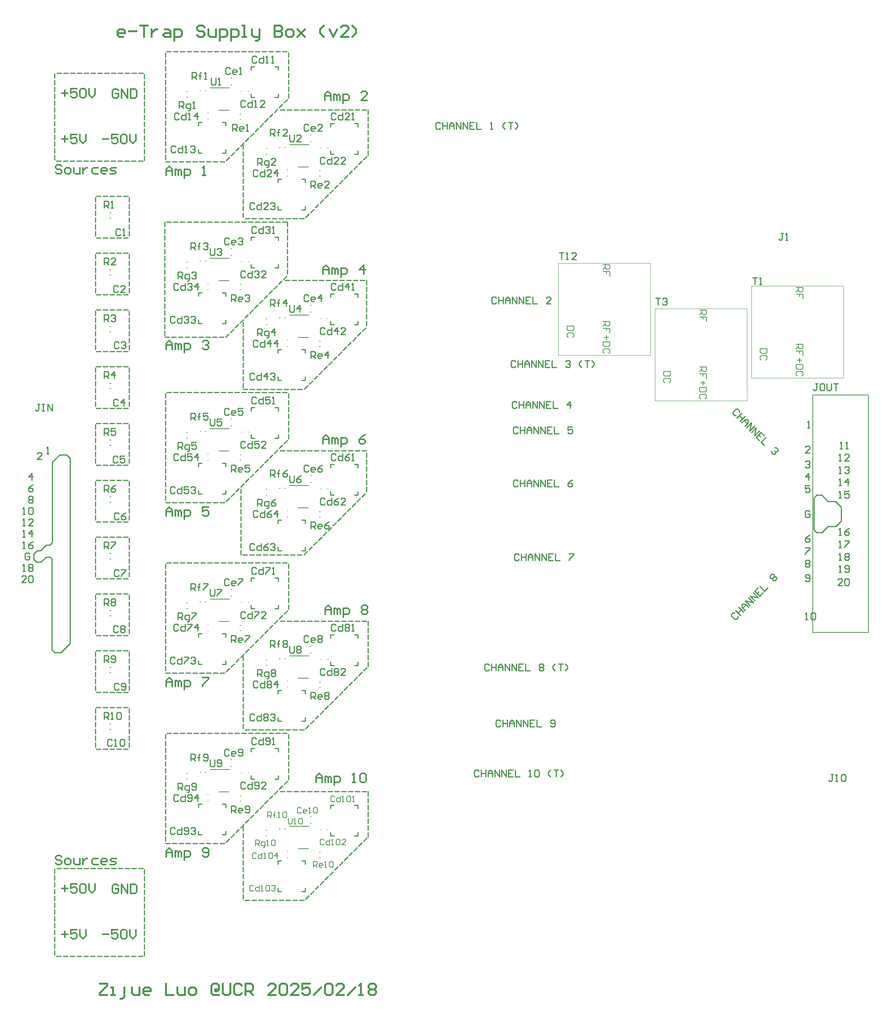
<source format=gbr>
%TF.GenerationSoftware,Altium Limited,Altium Designer,25.0.2 (28)*%
G04 Layer_Color=65535*
%FSLAX45Y45*%
%MOMM*%
%TF.SameCoordinates,BFBE90A8-51B7-47FB-822D-EC39B52C7656*%
%TF.FilePolarity,Positive*%
%TF.FileFunction,Legend,Top*%
%TF.Part,Single*%
G01*
G75*
%TA.AperFunction,NonConductor*%
%ADD51C,0.25400*%
%ADD52C,0.08000*%
%ADD53C,0.20000*%
%ADD54C,0.30480*%
%ADD55C,0.40640*%
%ADD56C,0.20320*%
D51*
X20307300Y15595599D02*
X20370799Y15659100D01*
X20485100D01*
X20624800Y15519400D01*
X20789900D01*
X20916901Y15392400D01*
Y15074899D02*
Y15392400D01*
X20802600Y14960600D02*
X20916901Y15074899D01*
X20624800Y14960600D02*
X20802600D01*
X20485100Y14820900D02*
X20624800Y14960600D01*
X20370799Y14820900D02*
X20485100D01*
X20307300Y14884399D02*
X20370799Y14820900D01*
X20307300Y14884399D02*
Y15595599D01*
X2857500Y14224001D02*
Y14338300D01*
X2933700Y14414500D01*
X3009900D01*
X3136900Y14541499D01*
X3225800D01*
X3276600Y14592300D01*
Y16395700D01*
X3441700Y16560800D01*
X3594100D01*
X3670300Y16484599D01*
Y12344400D02*
Y16484599D01*
X3467100Y12141200D02*
X3670300Y12344400D01*
X3327400Y12141200D02*
X3467100D01*
X3263900Y12204700D02*
X3327400Y12141200D01*
X3263900Y12204700D02*
Y14236700D01*
X3225800Y14274800D02*
X3263900Y14236700D01*
X3136900Y14274800D02*
X3225800D01*
X3022600Y14160500D02*
X3136900Y14274800D01*
X2921000Y14160500D02*
X3022600D01*
X2857500Y14224001D02*
X2921000Y14160500D01*
X10109200Y8039100D02*
Y8115300D01*
X10033000Y8039100D02*
X10109200D01*
X10033000Y8724900D02*
X10109200D01*
Y8648700D02*
Y8724900D01*
X9499600Y8648700D02*
Y8724900D01*
X9575800D01*
X9499600Y8039100D02*
X9575800D01*
X9499600D02*
Y8115300D01*
X10109200Y11849100D02*
Y11925300D01*
X10033000Y11849100D02*
X10109200D01*
X10033000Y12534900D02*
X10109200D01*
Y12458700D02*
Y12534900D01*
X9499600Y12458700D02*
Y12534900D01*
X9575800D01*
X9499600Y11849100D02*
X9575800D01*
X9499600D02*
Y11925300D01*
X10109200Y23279100D02*
Y23355299D01*
X10033000Y23279100D02*
X10109200D01*
X10033000Y23964900D02*
X10109200D01*
Y23888699D02*
Y23964900D01*
X9499600Y23888699D02*
Y23964900D01*
X9575800D01*
X9499600Y23279100D02*
X9575800D01*
X9499600D02*
Y23355299D01*
X10109200Y19469099D02*
Y19545300D01*
X10033000Y19469099D02*
X10109200D01*
X10033000Y20154900D02*
X10109200D01*
Y20078700D02*
Y20154900D01*
X9499600Y20078700D02*
Y20154900D01*
X9575800D01*
X9499600Y19469099D02*
X9575800D01*
X9499600D02*
Y19545300D01*
X8318500Y7404100D02*
Y7480300D01*
X8394700D01*
X8318500Y6794500D02*
X8394700D01*
X8318500D02*
Y6870700D01*
X8928100Y6794500D02*
Y6870700D01*
X8851900Y6794500D02*
X8928100D01*
X8851900Y7480300D02*
X8928100D01*
Y7404100D02*
Y7480300D01*
X8318500Y11214100D02*
Y11290300D01*
X8394700D01*
X8318500Y10604500D02*
X8394700D01*
X8318500D02*
Y10680700D01*
X8928100Y10604500D02*
Y10680700D01*
X8851900Y10604500D02*
X8928100D01*
X8851900Y11290300D02*
X8928100D01*
Y11214100D02*
Y11290300D01*
X8318500Y22644099D02*
Y22720300D01*
X8394700D01*
X8318500Y22034500D02*
X8394700D01*
X8318500D02*
Y22110699D01*
X8928100Y22034500D02*
Y22110699D01*
X8851900Y22034500D02*
X8928100D01*
X8851900Y22720300D02*
X8928100D01*
Y22644099D02*
Y22720300D01*
X8318500Y18834100D02*
Y18910300D01*
X8394700D01*
X8318500Y18224500D02*
X8394700D01*
X8318500D02*
Y18300700D01*
X8928100Y18224500D02*
Y18300700D01*
X8851900Y18224500D02*
X8928100D01*
X8851900Y18910300D02*
X8928100D01*
Y18834100D02*
Y18910300D01*
X8318500Y15024100D02*
Y15100301D01*
X8394700D01*
X8318500Y14414500D02*
X8394700D01*
X8318500D02*
Y14490700D01*
X8928100Y14414500D02*
Y14490700D01*
X8851900Y14414500D02*
X8928100D01*
X8851900Y15100301D02*
X8928100D01*
Y15024100D02*
Y15100301D01*
X10109200Y15659100D02*
Y15735300D01*
X10033000Y15659100D02*
X10109200D01*
X10033000Y16344901D02*
X10109200D01*
Y16268700D02*
Y16344901D01*
X9499600Y16268700D02*
Y16344901D01*
X9575800D01*
X9499600Y15659100D02*
X9575800D01*
X9499600D02*
Y15735300D01*
X8331200Y9309100D02*
Y9385300D01*
X8255000Y9309100D02*
X8331200D01*
X8255000Y9994900D02*
X8331200D01*
Y9918700D02*
Y9994900D01*
X7721600Y9918700D02*
Y9994900D01*
X7797800D01*
X7721600Y9309100D02*
X7797800D01*
X7721600D02*
Y9385300D01*
X8331200Y13119099D02*
Y13195300D01*
X8255000Y13119099D02*
X8331200D01*
X8255000Y13804900D02*
X8331200D01*
Y13728700D02*
Y13804900D01*
X7721600Y13728700D02*
Y13804900D01*
X7797800D01*
X7721600Y13119099D02*
X7797800D01*
X7721600D02*
Y13195300D01*
X8331200Y24549100D02*
Y24625301D01*
X8255000Y24549100D02*
X8331200D01*
X8255000Y25234900D02*
X8331200D01*
Y25158701D02*
Y25234900D01*
X7721600Y25158701D02*
Y25234900D01*
X7797800D01*
X7721600Y24549100D02*
X7797800D01*
X7721600D02*
Y24625301D01*
X8331200Y20739101D02*
Y20815300D01*
X8255000Y20739101D02*
X8331200D01*
X8255000Y21424899D02*
X8331200D01*
Y21348700D02*
Y21424899D01*
X7721600Y21348700D02*
Y21424899D01*
X7797800D01*
X7721600Y20739101D02*
X7797800D01*
X7721600D02*
Y20815300D01*
X8331200Y16929100D02*
Y17005299D01*
X8255000Y16929100D02*
X8331200D01*
X8255000Y17614900D02*
X8331200D01*
Y17538699D02*
Y17614900D01*
X7721600Y17538699D02*
Y17614900D01*
X7797800D01*
X7721600Y16929100D02*
X7797800D01*
X7721600D02*
Y17005299D01*
X6540500Y8674100D02*
Y8750300D01*
X6616700D01*
X6540500Y8064500D02*
X6616700D01*
X6540500D02*
Y8140700D01*
X7150100Y8064500D02*
Y8140700D01*
X7073900Y8064500D02*
X7150100D01*
X7073900Y8750300D02*
X7150100D01*
Y8674100D02*
Y8750300D01*
X6540500Y12484100D02*
Y12560300D01*
X6616700D01*
X6540500Y11874500D02*
X6616700D01*
X6540500D02*
Y11950700D01*
X7150100Y11874500D02*
Y11950700D01*
X7073900Y11874500D02*
X7150100D01*
X7073900Y12560300D02*
X7150100D01*
Y12484100D02*
Y12560300D01*
X6540500Y23914101D02*
Y23990300D01*
X6616700D01*
X6540500Y23304500D02*
X6616700D01*
X6540500D02*
Y23380701D01*
X7150100Y23304500D02*
Y23380701D01*
X7073900Y23304500D02*
X7150100D01*
X7073900Y23990300D02*
X7150100D01*
Y23914101D02*
Y23990300D01*
X6540500Y20104100D02*
Y20180299D01*
X6616700D01*
X6540500Y19494501D02*
X6616700D01*
X6540500D02*
Y19570700D01*
X7150100Y19494501D02*
Y19570700D01*
X7073900Y19494501D02*
X7150100D01*
X7073900Y20180299D02*
X7150100D01*
Y20104100D02*
Y20180299D01*
X6540500Y16294099D02*
Y16370300D01*
X6616700D01*
X6540500Y15684500D02*
X6616700D01*
X6540500D02*
Y15760699D01*
X7150100Y15684500D02*
Y15760699D01*
X7073900Y15684500D02*
X7150100D01*
X7073900Y16370300D02*
X7150100D01*
Y16294099D02*
Y16370300D01*
X18637914Y17505853D02*
Y17541763D01*
X18602003Y17577673D01*
X18566095D01*
X18494276Y17505855D01*
Y17469945D01*
X18530185Y17434036D01*
X18566095D01*
X18691779Y17487900D02*
X18584048Y17380173D01*
X18637914Y17434036D01*
X18709732Y17362218D01*
X18763596Y17416081D01*
X18655869Y17308353D01*
X18691779Y17272443D02*
X18763596Y17344263D01*
X18835416D01*
X18835416Y17272443D01*
X18763596Y17200626D01*
X18817461Y17254489D01*
X18745642Y17326308D01*
X18799506Y17164716D02*
X18907234Y17272443D01*
X18871326Y17092896D01*
X18979053Y17200626D01*
X18907234Y17056987D02*
X19014961Y17164716D01*
X18979053Y16985168D01*
X19086781Y17092896D01*
X19194508Y16985168D02*
X19122690Y17056987D01*
X19014961Y16949258D01*
X19086781Y16877440D01*
X19068826Y17003123D02*
X19104736Y16967213D01*
X19230418Y16949258D02*
X19122690Y16841531D01*
X19194508Y16769711D01*
X19427921Y16715848D02*
X19463831D01*
X19499739Y16679938D01*
Y16644029D01*
X19481786Y16626074D01*
X19445876D01*
X19427921Y16644029D01*
X19445876Y16626074D01*
Y16590166D01*
X19427921Y16572211D01*
X19392010D01*
X19356102Y16608119D01*
Y16644029D01*
X18536746Y13024513D02*
X18500836D01*
X18464926Y12988605D01*
Y12952695D01*
X18536745Y12880876D01*
X18572655D01*
X18608565Y12916785D01*
Y12952695D01*
X18554700Y13078378D02*
X18662428Y12970650D01*
X18608565Y13024513D01*
X18680383Y13096332D01*
X18626518Y13150195D01*
X18734247Y13042468D01*
X18770157Y13078378D02*
X18698338Y13150195D01*
Y13222015D01*
X18770157Y13222015D01*
X18841975Y13150195D01*
X18788110Y13204060D01*
X18716292Y13132242D01*
X18877885Y13186105D02*
X18770157Y13293834D01*
X18949704Y13257925D01*
X18841975Y13365652D01*
X18985612Y13293834D02*
X18877885Y13401562D01*
X19057433Y13365652D01*
X18949704Y13473381D01*
X19057433Y13581110D02*
X18985612Y13509290D01*
X19093341Y13401562D01*
X19165160Y13473381D01*
X19039478Y13455426D02*
X19075386Y13491336D01*
X19093341Y13617020D02*
X19201070Y13509290D01*
X19272888Y13581110D01*
X19326752Y13814520D02*
Y13850430D01*
X19362662Y13886339D01*
X19398570D01*
X19416525Y13868385D01*
Y13832475D01*
X19452435D01*
X19470390Y13814520D01*
Y13778612D01*
X19434480Y13742702D01*
X19398570D01*
X19380617Y13760657D01*
Y13796565D01*
X19344707D01*
X19326752Y13814520D01*
X19380617Y13796565D02*
X19416525Y13832475D01*
X20891499Y16692880D02*
X20942284D01*
X20916891D01*
Y16845232D01*
X20891499Y16819839D01*
X21018459Y16692880D02*
X21069241D01*
X21043851D01*
Y16845232D01*
X21018459Y16819839D01*
X20866100Y16421100D02*
X20916882D01*
X20891492D01*
Y16573451D01*
X20866100Y16548059D01*
X21094626Y16421100D02*
X20993059D01*
X21094626Y16522667D01*
Y16548059D01*
X21069234Y16573451D01*
X21018451D01*
X20993059Y16548059D01*
X20866100Y16144099D02*
X20916882D01*
X20891492D01*
Y16296451D01*
X20866100Y16271059D01*
X20993059D02*
X21018451Y16296451D01*
X21069234D01*
X21094626Y16271059D01*
Y16245667D01*
X21069234Y16220274D01*
X21043842D01*
X21069234D01*
X21094626Y16194884D01*
Y16169492D01*
X21069234Y16144099D01*
X21018451D01*
X20993059Y16169492D01*
X20866100Y15867101D02*
X20916882D01*
X20891492D01*
Y16019450D01*
X20866100Y15994060D01*
X21069234Y15867101D02*
Y16019450D01*
X20993059Y15943275D01*
X21094626D01*
X20866100Y15590100D02*
X20916882D01*
X20891492D01*
Y15742451D01*
X20866100Y15717059D01*
X21094626Y15742451D02*
X20993059D01*
Y15666277D01*
X21043842Y15691667D01*
X21069234D01*
X21094626Y15666277D01*
Y15615492D01*
X21069234Y15590100D01*
X21018451D01*
X20993059Y15615492D01*
X20866100Y14759100D02*
X20916882D01*
X20891492D01*
Y14911452D01*
X20866100Y14886060D01*
X21094626Y14911452D02*
X21043842Y14886060D01*
X20993059Y14835275D01*
Y14784492D01*
X21018451Y14759100D01*
X21069234D01*
X21094626Y14784492D01*
Y14809885D01*
X21069234Y14835275D01*
X20993059D01*
X20866100Y14482100D02*
X20916882D01*
X20891492D01*
Y14634451D01*
X20866100Y14609059D01*
X20993059Y14634451D02*
X21094626D01*
Y14609059D01*
X20993059Y14507492D01*
Y14482100D01*
X20866100Y14205099D02*
X20916882D01*
X20891492D01*
Y14357451D01*
X20866100Y14332059D01*
X20993059D02*
X21018451Y14357451D01*
X21069234D01*
X21094626Y14332059D01*
Y14306667D01*
X21069234Y14281274D01*
X21094626Y14255882D01*
Y14230492D01*
X21069234Y14205099D01*
X21018451D01*
X20993059Y14230492D01*
Y14255882D01*
X21018451Y14281274D01*
X20993059Y14306667D01*
Y14332059D01*
X21018451Y14281274D02*
X21069234D01*
X20866100Y13928101D02*
X20916882D01*
X20891492D01*
Y14080450D01*
X20866100Y14055058D01*
X20993059Y13953493D02*
X21018451Y13928101D01*
X21069234D01*
X21094626Y13953493D01*
Y14055058D01*
X21069234Y14080450D01*
X21018451D01*
X20993059Y14055058D01*
Y14029668D01*
X21018451Y14004276D01*
X21094626D01*
X20942267Y13639799D02*
X20840700D01*
X20942267Y13741367D01*
Y13766759D01*
X20916875Y13792151D01*
X20866092D01*
X20840700Y13766759D01*
X20993051D02*
X21018443Y13792151D01*
X21069226D01*
X21094618Y13766759D01*
Y13665192D01*
X21069226Y13639799D01*
X21018443D01*
X20993051Y13665192D01*
Y13766759D01*
X20218367Y15287659D02*
X20192975Y15313051D01*
X20142192D01*
X20116800Y15287659D01*
Y15186092D01*
X20142192Y15160699D01*
X20192975D01*
X20218367Y15186092D01*
Y15236876D01*
X20167583D01*
X20116800Y12877800D02*
X20167583D01*
X20142192D01*
Y13030151D01*
X20116800Y13004759D01*
X20243759D02*
X20269151Y13030151D01*
X20319934D01*
X20345326Y13004759D01*
Y12903192D01*
X20319934Y12877800D01*
X20269151D01*
X20243759Y12903192D01*
Y13004759D01*
X20167599Y17157700D02*
X20218382D01*
X20192992D01*
Y17310051D01*
X20167599Y17284659D01*
X20218367Y16598900D02*
X20116800D01*
X20218367Y16700467D01*
Y16725859D01*
X20192975Y16751251D01*
X20142192D01*
X20116800Y16725859D01*
Y16395659D02*
X20142192Y16421051D01*
X20192975D01*
X20218367Y16395659D01*
Y16370267D01*
X20192975Y16344875D01*
X20167583D01*
X20192975D01*
X20218367Y16319482D01*
Y16294092D01*
X20192975Y16268700D01*
X20142192D01*
X20116800Y16294092D01*
X20192975Y15991701D02*
Y16144051D01*
X20116800Y16067876D01*
X20218367D01*
Y15867052D02*
X20116800D01*
Y15790875D01*
X20167583Y15816267D01*
X20192975D01*
X20218367Y15790875D01*
Y15740092D01*
X20192975Y15714700D01*
X20142192D01*
X20116800Y15740092D01*
X20218367Y14759052D02*
X20167583Y14733659D01*
X20116800Y14682875D01*
Y14632092D01*
X20142192Y14606700D01*
X20192975D01*
X20218367Y14632092D01*
Y14657484D01*
X20192975Y14682875D01*
X20116800D01*
Y14482051D02*
X20218367D01*
Y14456659D01*
X20116800Y14355092D01*
Y14329700D01*
Y14179659D02*
X20142192Y14205051D01*
X20192975D01*
X20218367Y14179659D01*
Y14154266D01*
X20192975Y14128876D01*
X20218367Y14103484D01*
Y14078091D01*
X20192975Y14052699D01*
X20142192D01*
X20116800Y14078091D01*
Y14103484D01*
X20142192Y14128876D01*
X20116800Y14154266D01*
Y14179659D01*
X20142192Y14128876D02*
X20192975D01*
X20116800Y13754092D02*
X20142192Y13728700D01*
X20192975D01*
X20218367Y13754092D01*
Y13855659D01*
X20192975Y13881052D01*
X20142192D01*
X20116800Y13855659D01*
Y13830267D01*
X20142192Y13804875D01*
X20218367D01*
X3149600Y16586200D02*
X3200383D01*
X3174992D01*
Y16738551D01*
X3149600Y16713159D01*
X3035267Y16459200D02*
X2933700D01*
X3035267Y16560767D01*
Y16586159D01*
X3009875Y16611551D01*
X2959092D01*
X2933700Y16586159D01*
X2819375Y15989301D02*
Y16141650D01*
X2743200Y16065475D01*
X2844767D01*
Y15887651D02*
X2793983Y15862259D01*
X2743200Y15811475D01*
Y15760692D01*
X2768592Y15735300D01*
X2819375D01*
X2844767Y15760692D01*
Y15786082D01*
X2819375Y15811475D01*
X2743200D01*
Y15608260D02*
X2768592Y15633652D01*
X2819375D01*
X2844767Y15608260D01*
Y15582867D01*
X2819375Y15557475D01*
X2844767Y15532083D01*
Y15506693D01*
X2819375Y15481300D01*
X2768592D01*
X2743200Y15506693D01*
Y15532083D01*
X2768592Y15557475D01*
X2743200Y15582867D01*
Y15608260D01*
X2768592Y15557475D02*
X2819375D01*
X2616200Y15227299D02*
X2666983D01*
X2641592D01*
Y15379651D01*
X2616200Y15354259D01*
X2743159D02*
X2768551Y15379651D01*
X2819334D01*
X2844726Y15354259D01*
Y15252692D01*
X2819334Y15227299D01*
X2768551D01*
X2743159Y15252692D01*
Y15354259D01*
X2616200Y14973300D02*
X2666983D01*
X2641592D01*
Y15125652D01*
X2616200Y15100259D01*
X2844726Y14973300D02*
X2743159D01*
X2844726Y15074867D01*
Y15100259D01*
X2819334Y15125652D01*
X2768551D01*
X2743159Y15100259D01*
X2616200Y14719299D02*
X2666983D01*
X2641592D01*
Y14871651D01*
X2616200Y14846259D01*
X2819334Y14719299D02*
Y14871651D01*
X2743159Y14795474D01*
X2844726D01*
X2616200Y14465300D02*
X2666983D01*
X2641592D01*
Y14617651D01*
X2616200Y14592259D01*
X2844726Y14617651D02*
X2793942Y14592259D01*
X2743159Y14541475D01*
Y14490692D01*
X2768551Y14465300D01*
X2819334D01*
X2844726Y14490692D01*
Y14516083D01*
X2819334Y14541475D01*
X2743159D01*
X2616200Y13957300D02*
X2666983D01*
X2641592D01*
Y14109651D01*
X2616200Y14084259D01*
X2743159D02*
X2768551Y14109651D01*
X2819334D01*
X2844726Y14084259D01*
Y14058867D01*
X2819334Y14033475D01*
X2844726Y14008083D01*
Y13982692D01*
X2819334Y13957300D01*
X2768551D01*
X2743159Y13982692D01*
Y14008083D01*
X2768551Y14033475D01*
X2743159Y14058867D01*
Y14084259D01*
X2768551Y14033475D02*
X2819334D01*
X2692367Y13703300D02*
X2590800D01*
X2692367Y13804868D01*
Y13830260D01*
X2666975Y13855650D01*
X2616192D01*
X2590800Y13830260D01*
X2743151D02*
X2768543Y13855650D01*
X2819326D01*
X2844718Y13830260D01*
Y13728693D01*
X2819326Y13703300D01*
X2768543D01*
X2743151Y13728693D01*
Y13830260D01*
X2768567Y14338258D02*
X2743175Y14363651D01*
X2692392D01*
X2667000Y14338258D01*
Y14236691D01*
X2692392Y14211301D01*
X2743175D01*
X2768567Y14236691D01*
Y14287476D01*
X2717783D01*
X2992087Y17688512D02*
X2941303D01*
X2966695D01*
Y17561552D01*
X2941303Y17536160D01*
X2915912D01*
X2890520Y17561552D01*
X3042871Y17688512D02*
X3093654D01*
X3068263D01*
Y17536160D01*
X3042871D01*
X3093654D01*
X3169830D02*
Y17688512D01*
X3271397Y17536160D01*
Y17688512D01*
X3365500Y23126700D02*
X3467067D01*
X3517851D02*
X3619418D01*
X3670201D02*
X3771769D01*
X3822552D02*
X3924119D01*
X3974903D02*
X4076470D01*
X4127254D02*
X4228821D01*
X4279604D02*
X4381172D01*
X4431955D02*
X4533522D01*
X4584306D02*
X4685873D01*
X4736657D02*
X4838224D01*
X4889007D02*
X4990574D01*
X5041358D02*
X5142925D01*
X5193709D02*
X5295276D01*
X3327400Y23152100D02*
Y23253667D01*
Y23304451D02*
Y23406018D01*
Y23456801D02*
Y23558369D01*
Y23609152D02*
Y23710719D01*
Y23761504D02*
Y23863071D01*
Y23913853D02*
Y24015421D01*
Y24066203D02*
Y24167772D01*
Y24218555D02*
Y24320122D01*
Y24370906D02*
Y24472473D01*
Y24523257D02*
Y24624825D01*
Y24675607D02*
Y24777174D01*
Y24827959D02*
Y24929526D01*
Y24980309D02*
Y25081876D01*
X3378200Y25095200D02*
X3479767D01*
X3530551D02*
X3632118D01*
X3682901D02*
X3784469D01*
X3835252D02*
X3936819D01*
X3987603D02*
X4089170D01*
X4139954D02*
X4241521D01*
X4292304D02*
X4393872D01*
X4444655D02*
X4546222D01*
X4597006D02*
X4698573D01*
X4749357D02*
X4850924D01*
X4901707D02*
X5003274D01*
X5054058D02*
X5155625D01*
X5206409D02*
X5307976D01*
X5334000Y23139400D02*
Y23240967D01*
Y23291751D02*
Y23393318D01*
Y23444101D02*
Y23545670D01*
Y23596452D02*
Y23698019D01*
Y23748804D02*
Y23850369D01*
Y23901154D02*
Y24002721D01*
Y24053503D02*
Y24155072D01*
Y24205855D02*
Y24307422D01*
Y24358206D02*
Y24459773D01*
Y24510558D02*
Y24612125D01*
Y24662907D02*
Y24764474D01*
Y24815257D02*
Y24916824D01*
Y24967609D02*
Y25069176D01*
X5334000Y5359400D02*
Y5460967D01*
Y5511750D02*
Y5613318D01*
Y5664101D02*
Y5765668D01*
Y5816452D02*
Y5918019D01*
Y5968803D02*
Y6070370D01*
Y6121153D02*
Y6222721D01*
Y6273504D02*
Y6375071D01*
Y6425855D02*
Y6527422D01*
Y6578206D02*
Y6679773D01*
Y6730556D02*
Y6832123D01*
Y6882907D02*
Y6984474D01*
Y7035258D02*
Y7136825D01*
Y7187608D02*
Y7289176D01*
X3378200Y7315200D02*
X3479767D01*
X3530551D02*
X3632118D01*
X3682901D02*
X3784469D01*
X3835252D02*
X3936819D01*
X3987603D02*
X4089170D01*
X4139954D02*
X4241521D01*
X4292304D02*
X4393872D01*
X4444655D02*
X4546222D01*
X4597006D02*
X4698573D01*
X4749357D02*
X4850924D01*
X4901707D02*
X5003274D01*
X5054058D02*
X5155625D01*
X5206409D02*
X5307976D01*
X3327400Y5372100D02*
Y5473667D01*
Y5524450D02*
Y5626018D01*
Y5676801D02*
Y5778368D01*
Y5829152D02*
Y5930719D01*
Y5981503D02*
Y6083070D01*
Y6133853D02*
Y6235421D01*
Y6286204D02*
Y6387771D01*
Y6438555D02*
Y6540122D01*
Y6590906D02*
Y6692473D01*
Y6743256D02*
Y6844823D01*
Y6895607D02*
Y6997174D01*
Y7047958D02*
Y7149525D01*
Y7200308D02*
Y7301876D01*
X3365500Y5346700D02*
X3467067D01*
X3517851D02*
X3619418D01*
X3670201D02*
X3771769D01*
X3822552D02*
X3924119D01*
X3974903D02*
X4076470D01*
X4127254D02*
X4228821D01*
X4279604D02*
X4381172D01*
X4431955D02*
X4533522D01*
X4584306D02*
X4685873D01*
X4736657D02*
X4838224D01*
X4889007D02*
X4990574D01*
X5041358D02*
X5142925D01*
X5193709D02*
X5295276D01*
X4241800Y10020300D02*
Y10121867D01*
Y10172650D02*
Y10274218D01*
Y10325001D02*
Y10426568D01*
Y10477352D02*
Y10578919D01*
Y10629703D02*
Y10731270D01*
Y10782053D02*
Y10883621D01*
X4254500Y9982200D02*
X4356067D01*
X4406851D02*
X4508418D01*
X4559201D02*
X4660769D01*
X4711552D02*
X4813119D01*
X4863903D02*
X4965470D01*
X4991100Y10020300D02*
Y10121867D01*
Y10172650D02*
Y10274218D01*
Y10325001D02*
Y10426568D01*
Y10477352D02*
Y10578919D01*
Y10629703D02*
Y10731270D01*
Y10782053D02*
Y10883621D01*
X4254500Y10909300D02*
X4356067D01*
X4406851D02*
X4508418D01*
X4559201D02*
X4660769D01*
X4711552D02*
X4813119D01*
X4863903D02*
X4965470D01*
X4241800Y11290300D02*
Y11391867D01*
Y11442651D02*
Y11544218D01*
Y11595001D02*
Y11696569D01*
Y11747352D02*
Y11848919D01*
Y11899703D02*
Y12001270D01*
Y12052054D02*
Y12153621D01*
X4254500Y11252200D02*
X4356067D01*
X4406851D02*
X4508418D01*
X4559201D02*
X4660769D01*
X4711552D02*
X4813119D01*
X4863903D02*
X4965470D01*
X4991100Y11290300D02*
Y11391867D01*
Y11442651D02*
Y11544218D01*
Y11595001D02*
Y11696569D01*
Y11747352D02*
Y11848919D01*
Y11899703D02*
Y12001270D01*
Y12052054D02*
Y12153621D01*
X4254500Y12179300D02*
X4356067D01*
X4406851D02*
X4508418D01*
X4559201D02*
X4660769D01*
X4711552D02*
X4813119D01*
X4863903D02*
X4965470D01*
X4241800Y12560300D02*
Y12661867D01*
Y12712650D02*
Y12814218D01*
Y12865001D02*
Y12966568D01*
Y13017352D02*
Y13118919D01*
Y13169704D02*
Y13271271D01*
Y13322054D02*
Y13423621D01*
X4254500Y12522200D02*
X4356067D01*
X4406851D02*
X4508418D01*
X4559201D02*
X4660769D01*
X4711552D02*
X4813119D01*
X4863903D02*
X4965470D01*
X4991100Y12560300D02*
Y12661867D01*
Y12712650D02*
Y12814218D01*
Y12865001D02*
Y12966568D01*
Y13017352D02*
Y13118919D01*
Y13169704D02*
Y13271271D01*
Y13322054D02*
Y13423621D01*
X4254500Y13449300D02*
X4356067D01*
X4406851D02*
X4508418D01*
X4559201D02*
X4660769D01*
X4711552D02*
X4813119D01*
X4863903D02*
X4965470D01*
X4241800Y13830299D02*
Y13931866D01*
Y13982651D02*
Y14084218D01*
Y14135001D02*
Y14236569D01*
Y14287352D02*
Y14388919D01*
Y14439703D02*
Y14541270D01*
Y14592055D02*
Y14693620D01*
X4254500Y13792200D02*
X4356067D01*
X4406851D02*
X4508418D01*
X4559201D02*
X4660769D01*
X4711552D02*
X4813119D01*
X4863903D02*
X4965470D01*
X4991100Y13830299D02*
Y13931866D01*
Y13982651D02*
Y14084218D01*
Y14135001D02*
Y14236569D01*
Y14287352D02*
Y14388919D01*
Y14439703D02*
Y14541270D01*
Y14592055D02*
Y14693620D01*
X4254500Y14719299D02*
X4356067D01*
X4406851D02*
X4508418D01*
X4559201D02*
X4660769D01*
X4711552D02*
X4813119D01*
X4863903D02*
X4965470D01*
X4241800Y15100301D02*
Y15201868D01*
Y15252650D02*
Y15354218D01*
Y15405000D02*
Y15506567D01*
Y15557352D02*
Y15658919D01*
Y15709703D02*
Y15811270D01*
Y15862053D02*
Y15963622D01*
X4254500Y15062199D02*
X4356067D01*
X4406851D02*
X4508418D01*
X4559201D02*
X4660769D01*
X4711552D02*
X4813119D01*
X4863903D02*
X4965470D01*
X4991100Y15100301D02*
Y15201868D01*
Y15252650D02*
Y15354218D01*
Y15405000D02*
Y15506567D01*
Y15557352D02*
Y15658919D01*
Y15709703D02*
Y15811270D01*
Y15862053D02*
Y15963622D01*
X4254500Y15989301D02*
X4356067D01*
X4406851D02*
X4508418D01*
X4559201D02*
X4660769D01*
X4711552D02*
X4813119D01*
X4863903D02*
X4965470D01*
X4241800Y16370300D02*
Y16471867D01*
Y16522652D02*
Y16624219D01*
Y16675002D02*
Y16776569D01*
Y16827351D02*
Y16928918D01*
Y16979703D02*
Y17081270D01*
Y17132054D02*
Y17233621D01*
X4254500Y16332201D02*
X4356067D01*
X4406851D02*
X4508418D01*
X4559201D02*
X4660769D01*
X4711552D02*
X4813119D01*
X4863903D02*
X4965470D01*
X4991100Y16370300D02*
Y16471867D01*
Y16522652D02*
Y16624219D01*
Y16675002D02*
Y16776569D01*
Y16827351D02*
Y16928918D01*
Y16979703D02*
Y17081270D01*
Y17132054D02*
Y17233621D01*
X4254500Y17259300D02*
X4356067D01*
X4406851D02*
X4508418D01*
X4559201D02*
X4660769D01*
X4711552D02*
X4813119D01*
X4863903D02*
X4965470D01*
X4241800Y17640300D02*
Y17741867D01*
Y17792650D02*
Y17894218D01*
Y17945001D02*
Y18046568D01*
Y18097353D02*
Y18198920D01*
Y18249702D02*
Y18351270D01*
Y18402052D02*
Y18503621D01*
X4254500Y17602200D02*
X4356067D01*
X4406851D02*
X4508418D01*
X4559201D02*
X4660769D01*
X4711552D02*
X4813119D01*
X4863903D02*
X4965470D01*
X4991100Y17640300D02*
Y17741867D01*
Y17792650D02*
Y17894218D01*
Y17945001D02*
Y18046568D01*
Y18097353D02*
Y18198920D01*
Y18249702D02*
Y18351270D01*
Y18402052D02*
Y18503621D01*
X4254500Y18529300D02*
X4356067D01*
X4406851D02*
X4508418D01*
X4559201D02*
X4660769D01*
X4711552D02*
X4813119D01*
X4863903D02*
X4965470D01*
X4241800Y18910300D02*
Y19011867D01*
Y19062651D02*
Y19164218D01*
Y19215001D02*
Y19316570D01*
Y19367352D02*
Y19468919D01*
Y19519704D02*
Y19621271D01*
Y19672054D02*
Y19773621D01*
X4254500Y18872200D02*
X4356067D01*
X4406851D02*
X4508418D01*
X4559201D02*
X4660769D01*
X4711552D02*
X4813119D01*
X4863903D02*
X4965470D01*
X4991100Y18910300D02*
Y19011867D01*
Y19062651D02*
Y19164218D01*
Y19215001D02*
Y19316570D01*
Y19367352D02*
Y19468919D01*
Y19519704D02*
Y19621271D01*
Y19672054D02*
Y19773621D01*
X4254500Y19799300D02*
X4356067D01*
X4406851D02*
X4508418D01*
X4559201D02*
X4660769D01*
X4711552D02*
X4813119D01*
X4863903D02*
X4965470D01*
X4241800Y20180299D02*
Y20281866D01*
Y20332651D02*
Y20434218D01*
Y20485001D02*
Y20586568D01*
Y20637352D02*
Y20738919D01*
Y20789703D02*
Y20891270D01*
Y20942053D02*
Y21043620D01*
X4254500Y20142200D02*
X4356067D01*
X4406851D02*
X4508418D01*
X4559201D02*
X4660769D01*
X4711552D02*
X4813119D01*
X4863903D02*
X4965470D01*
X4991100Y20180299D02*
Y20281866D01*
Y20332651D02*
Y20434218D01*
Y20485001D02*
Y20586568D01*
Y20637352D02*
Y20738919D01*
Y20789703D02*
Y20891270D01*
Y20942053D02*
Y21043620D01*
X4254500Y21069299D02*
X4356067D01*
X4406851D02*
X4508418D01*
X4559201D02*
X4660769D01*
X4711552D02*
X4813119D01*
X4863903D02*
X4965470D01*
X4254500Y22339301D02*
X4356067D01*
X4406851D02*
X4508418D01*
X4559201D02*
X4660769D01*
X4711552D02*
X4813119D01*
X4863903D02*
X4965470D01*
X4991100Y21450301D02*
Y21551868D01*
Y21602650D02*
Y21704218D01*
Y21755000D02*
Y21856569D01*
Y21907352D02*
Y22008919D01*
Y22059703D02*
Y22161270D01*
Y22212054D02*
Y22313622D01*
X4254500Y21412199D02*
X4356067D01*
X4406851D02*
X4508418D01*
X4559201D02*
X4660769D01*
X4711552D02*
X4813119D01*
X4863903D02*
X4965470D01*
X4241800Y21450301D02*
Y21551868D01*
Y21602650D02*
Y21704218D01*
Y21755000D02*
Y21856569D01*
Y21907352D02*
Y22008919D01*
Y22059703D02*
Y22161270D01*
Y22212054D02*
Y22313622D01*
X5829300Y10337800D02*
X5930867D01*
X5981651D02*
X6083218D01*
X6134001D02*
X6235569D01*
X6286352D02*
X6387919D01*
X6438703D02*
X6540270D01*
X6591054D02*
X6692621D01*
X6743404D02*
X6844972D01*
X6895755D02*
X6997322D01*
X7048106D02*
X7149673D01*
X7200457D02*
X7302024D01*
X7352807D02*
X7454374D01*
X7505158D02*
X7606725D01*
X7657509D02*
X7759076D01*
X7809859D02*
X7911427D01*
X7962210D02*
X8063777D01*
X8114561D02*
X8216128D01*
X8266912D02*
X8368479D01*
X8419262D02*
X8520830D01*
X5803900Y7924800D02*
Y8026367D01*
Y8077150D02*
Y8178718D01*
Y8229501D02*
Y8331068D01*
Y8381852D02*
Y8483419D01*
Y8534203D02*
Y8635770D01*
Y8686553D02*
Y8788121D01*
Y8838904D02*
Y8940471D01*
Y8991255D02*
Y9092822D01*
Y9143606D02*
Y9245173D01*
Y9295956D02*
Y9397523D01*
Y9448307D02*
Y9549874D01*
Y9600658D02*
Y9702225D01*
Y9753008D02*
Y9854576D01*
Y9905359D02*
Y10006926D01*
Y10057710D02*
Y10159277D01*
Y10210061D02*
Y10311628D01*
X5803900Y7874000D02*
X5905467D01*
X5956251D02*
X6057818D01*
X6108601D02*
X6210169D01*
X6260952D02*
X6362519D01*
X6413303D02*
X6514870D01*
X6565654D02*
X6667221D01*
X6718004D02*
X6819572D01*
X6870355D02*
X6971922D01*
X7022706D02*
X7124273D01*
X7162800Y7897221D02*
X7234619Y7969040D01*
X7270528Y8004949D02*
X7342347Y8076768D01*
X7378256Y8112677D02*
X7450075Y8184496D01*
X7485985Y8220406D02*
X7557804Y8292225D01*
X7593713Y8328134D02*
X7665532Y8399953D01*
X7701441Y8435862D02*
X7773260Y8507681D01*
X7809169Y8543590D02*
X7880988Y8615409D01*
X7916898Y8651319D02*
X7988716Y8723137D01*
X8024626Y8759047D02*
X8096445Y8830866D01*
X8132354Y8866775D02*
X8204173Y8938594D01*
X8240082Y8974503D02*
X8311901Y9046322D01*
X8347810Y9082232D02*
X8419629Y9154051D01*
X8455539Y9189960D02*
X8527358Y9261779D01*
X8559800Y9296400D02*
Y9397967D01*
Y9448750D02*
Y9550318D01*
Y9601101D02*
Y9702668D01*
Y9753452D02*
Y9855019D01*
Y9905803D02*
Y10007370D01*
Y10058153D02*
Y10159721D01*
Y10210504D02*
Y10312071D01*
X8369300Y9029700D02*
X8470867D01*
X8521651D02*
X8623218D01*
X8674001D02*
X8775569D01*
X8826352D02*
X8927919D01*
X8978703D02*
X9080270D01*
X9131054D02*
X9232621D01*
X9283404D02*
X9384972D01*
X9435755D02*
X9537322D01*
X9588106D02*
X9689673D01*
X9740457D02*
X9842024D01*
X9892807D02*
X9994374D01*
X10045158D02*
X10146725D01*
X10197509D02*
X10299076D01*
X7581900Y6604000D02*
X7683467D01*
X7734251D02*
X7835818D01*
X7886601D02*
X7988169D01*
X8038952D02*
X8140519D01*
X8191303D02*
X8292870D01*
X8343654D02*
X8445221D01*
X8496004D02*
X8597572D01*
X8648355D02*
X8749922D01*
X8800706D02*
X8902273D01*
X10337800Y8013700D02*
Y8115267D01*
Y8166051D02*
Y8267618D01*
Y8318401D02*
Y8419969D01*
Y8470752D02*
Y8572319D01*
Y8623103D02*
Y8724670D01*
Y8775454D02*
Y8877021D01*
Y8927804D02*
Y9029372D01*
X8940800Y6627221D02*
X9012619Y6699040D01*
X9048528Y6734949D02*
X9120347Y6806768D01*
X9156256Y6842677D02*
X9228075Y6914496D01*
X9263985Y6950406D02*
X9335804Y7022225D01*
X9371713Y7058134D02*
X9443532Y7129953D01*
X9479441Y7165862D02*
X9551260Y7237681D01*
X9587169Y7273590D02*
X9658988Y7345409D01*
X9694898Y7381319D02*
X9766716Y7453137D01*
X9802626Y7489047D02*
X9874445Y7560866D01*
X9910354Y7596775D02*
X9982173Y7668594D01*
X10018082Y7704503D02*
X10089901Y7776322D01*
X10125810Y7812232D02*
X10197629Y7884051D01*
X10233539Y7919960D02*
X10305358Y7991779D01*
X7543800Y6629400D02*
Y6730967D01*
Y6781750D02*
Y6883318D01*
Y6934101D02*
Y7035668D01*
Y7086452D02*
Y7188019D01*
Y7238803D02*
Y7340370D01*
Y7391153D02*
Y7492721D01*
Y7543504D02*
Y7645071D01*
Y7695855D02*
Y7797422D01*
Y7848206D02*
Y7949773D01*
Y8000556D02*
Y8102123D01*
Y8152907D02*
Y8254474D01*
X5829300Y14147800D02*
X5930867D01*
X5981651D02*
X6083218D01*
X6134001D02*
X6235569D01*
X6286352D02*
X6387919D01*
X6438703D02*
X6540270D01*
X6591054D02*
X6692621D01*
X6743404D02*
X6844972D01*
X6895755D02*
X6997322D01*
X7048106D02*
X7149673D01*
X7200457D02*
X7302024D01*
X7352807D02*
X7454374D01*
X7505158D02*
X7606725D01*
X7657509D02*
X7759076D01*
X7809859D02*
X7911427D01*
X7962210D02*
X8063777D01*
X8114561D02*
X8216128D01*
X8266912D02*
X8368479D01*
X8419262D02*
X8520830D01*
X5803900Y11734800D02*
Y11836367D01*
Y11887151D02*
Y11988718D01*
Y12039501D02*
Y12141069D01*
Y12191852D02*
Y12293419D01*
Y12344203D02*
Y12445770D01*
Y12496554D02*
Y12598121D01*
Y12648904D02*
Y12750472D01*
Y12801254D02*
Y12902821D01*
Y12953606D02*
Y13055173D01*
Y13105957D02*
Y13207524D01*
Y13258307D02*
Y13359874D01*
Y13410658D02*
Y13512225D01*
Y13563010D02*
Y13664577D01*
Y13715359D02*
Y13816927D01*
Y13867709D02*
Y13969276D01*
Y14020061D02*
Y14121628D01*
Y11684000D02*
X5905467D01*
X5956251D02*
X6057818D01*
X6108601D02*
X6210169D01*
X6260952D02*
X6362519D01*
X6413303D02*
X6514870D01*
X6565654D02*
X6667221D01*
X6718004D02*
X6819572D01*
X6870355D02*
X6971922D01*
X7022706D02*
X7124273D01*
X7162800Y11707221D02*
X7234619Y11779040D01*
X7270528Y11814949D02*
X7342347Y11886768D01*
X7378256Y11922677D02*
X7450075Y11994496D01*
X7485985Y12030406D02*
X7557804Y12102225D01*
X7593713Y12138134D02*
X7665532Y12209953D01*
X7701441Y12245862D02*
X7773260Y12317681D01*
X7809169Y12353590D02*
X7880988Y12425409D01*
X7916898Y12461319D02*
X7988716Y12533137D01*
X8024626Y12569047D02*
X8096445Y12640866D01*
X8132354Y12676775D02*
X8204173Y12748594D01*
X8240082Y12784503D02*
X8311901Y12856322D01*
X8347810Y12892232D02*
X8419629Y12964050D01*
X8455539Y12999960D02*
X8527358Y13071779D01*
X8559800Y13106400D02*
Y13207967D01*
Y13258751D02*
Y13360318D01*
Y13411101D02*
Y13512669D01*
Y13563452D02*
Y13665019D01*
Y13715804D02*
Y13817371D01*
Y13868153D02*
Y13969720D01*
Y14020505D02*
Y14122072D01*
X8369300Y12839700D02*
X8470867D01*
X8521651D02*
X8623218D01*
X8674001D02*
X8775569D01*
X8826352D02*
X8927919D01*
X8978703D02*
X9080270D01*
X9131054D02*
X9232621D01*
X9283404D02*
X9384972D01*
X9435755D02*
X9537322D01*
X9588106D02*
X9689673D01*
X9740457D02*
X9842024D01*
X9892807D02*
X9994374D01*
X10045158D02*
X10146725D01*
X10197509D02*
X10299076D01*
X7581900Y10414000D02*
X7683467D01*
X7734251D02*
X7835818D01*
X7886601D02*
X7988169D01*
X8038952D02*
X8140519D01*
X8191303D02*
X8292870D01*
X8343654D02*
X8445221D01*
X8496004D02*
X8597572D01*
X8648355D02*
X8749922D01*
X8800706D02*
X8902273D01*
X10337800Y11823700D02*
Y11925267D01*
Y11976050D02*
Y12077618D01*
Y12128401D02*
Y12229968D01*
Y12280752D02*
Y12382319D01*
Y12433103D02*
Y12534670D01*
Y12585453D02*
Y12687021D01*
Y12737804D02*
Y12839371D01*
X8940800Y10437221D02*
X9012619Y10509040D01*
X9048528Y10544949D02*
X9120347Y10616768D01*
X9156256Y10652677D02*
X9228075Y10724496D01*
X9263985Y10760406D02*
X9335804Y10832225D01*
X9371713Y10868134D02*
X9443532Y10939953D01*
X9479441Y10975862D02*
X9551260Y11047681D01*
X9587169Y11083590D02*
X9658988Y11155409D01*
X9694898Y11191319D02*
X9766716Y11263137D01*
X9802626Y11299047D02*
X9874445Y11370866D01*
X9910354Y11406775D02*
X9982173Y11478594D01*
X10018082Y11514503D02*
X10089901Y11586322D01*
X10125810Y11622232D02*
X10197629Y11694051D01*
X10233539Y11729960D02*
X10305358Y11801779D01*
X7543800Y10439400D02*
Y10540967D01*
Y10591751D02*
Y10693318D01*
Y10744101D02*
Y10845669D01*
Y10896452D02*
Y10998019D01*
Y11048803D02*
Y11150370D01*
Y11201154D02*
Y11302721D01*
Y11353504D02*
Y11455072D01*
Y11505855D02*
Y11607422D01*
Y11658206D02*
Y11759773D01*
Y11810557D02*
Y11912124D01*
Y11962907D02*
Y12064474D01*
X7531100Y14325600D02*
X7632667D01*
X7683451D02*
X7785018D01*
X7835801D02*
X7937369D01*
X7988152D02*
X8089719D01*
X8140503D02*
X8242070D01*
X8292854D02*
X8394421D01*
X8445204D02*
X8546772D01*
X8597555D02*
X8699122D01*
X8749906D02*
X8851473D01*
X5829300Y17957800D02*
X5930867D01*
X5981651D02*
X6083218D01*
X6134001D02*
X6235569D01*
X6286352D02*
X6387919D01*
X6438703D02*
X6540270D01*
X6591054D02*
X6692621D01*
X6743404D02*
X6844972D01*
X6895755D02*
X6997322D01*
X7048106D02*
X7149673D01*
X7200457D02*
X7302024D01*
X7352807D02*
X7454374D01*
X7505158D02*
X7606725D01*
X7657509D02*
X7759076D01*
X7809859D02*
X7911427D01*
X7962210D02*
X8063777D01*
X8114561D02*
X8216128D01*
X8266912D02*
X8368479D01*
X8419262D02*
X8520830D01*
X5803900Y15544800D02*
Y15646367D01*
Y15697150D02*
Y15798718D01*
Y15849501D02*
Y15951068D01*
Y16001852D02*
Y16103419D01*
Y16154202D02*
Y16255769D01*
Y16306554D02*
Y16408121D01*
Y16458904D02*
Y16560471D01*
Y16611255D02*
Y16712822D01*
Y16763606D02*
Y16865173D01*
Y16915956D02*
Y17017523D01*
Y17068307D02*
Y17169875D01*
Y17220657D02*
Y17322224D01*
Y17373009D02*
Y17474576D01*
Y17525359D02*
Y17626926D01*
Y17677710D02*
Y17779277D01*
Y17830061D02*
Y17931628D01*
X5803900Y15494000D02*
X5905467D01*
X5956251D02*
X6057818D01*
X6108601D02*
X6210169D01*
X6260952D02*
X6362519D01*
X6413303D02*
X6514870D01*
X6565654D02*
X6667221D01*
X6718004D02*
X6819572D01*
X6870355D02*
X6971922D01*
X7022706D02*
X7124273D01*
X7162800Y15517221D02*
X7234619Y15589040D01*
X7270528Y15624950D02*
X7342347Y15696768D01*
X7378256Y15732677D02*
X7450075Y15804495D01*
X7485985Y15840405D02*
X7557804Y15912225D01*
X7593713Y15948134D02*
X7665532Y16019952D01*
X7701441Y16055862D02*
X7773260Y16127681D01*
X7809169Y16163589D02*
X7880988Y16235410D01*
X7916898Y16271320D02*
X7988716Y16343137D01*
X8024626Y16379047D02*
X8096445Y16450867D01*
X8132354Y16486775D02*
X8204173Y16558594D01*
X8240082Y16594502D02*
X8311901Y16666322D01*
X8347810Y16702232D02*
X8419629Y16774051D01*
X8455539Y16809959D02*
X8527358Y16881779D01*
X8559800Y16916400D02*
Y17017967D01*
Y17068750D02*
Y17170319D01*
Y17221101D02*
Y17322668D01*
Y17373453D02*
Y17475018D01*
Y17525803D02*
Y17627370D01*
Y17678152D02*
Y17779721D01*
Y17830504D02*
Y17932071D01*
X8369300Y16649699D02*
X8470867D01*
X8521651D02*
X8623218D01*
X8674001D02*
X8775569D01*
X8826352D02*
X8927919D01*
X8978703D02*
X9080270D01*
X9131054D02*
X9232621D01*
X9283404D02*
X9384972D01*
X9435755D02*
X9537322D01*
X9588106D02*
X9689673D01*
X9740457D02*
X9842024D01*
X9892807D02*
X9994374D01*
X10045158D02*
X10146725D01*
X10197509D02*
X10299076D01*
X10299700Y15735300D02*
Y15836867D01*
Y15887650D02*
Y15989218D01*
Y16040001D02*
Y16141568D01*
Y16192352D02*
Y16293919D01*
Y16344704D02*
Y16446271D01*
Y16497054D02*
Y16598621D01*
X8902700Y14323421D02*
X8974519Y14395239D01*
X9010428Y14431149D02*
X9082247Y14502968D01*
X9118156Y14538876D02*
X9189975Y14610696D01*
X9225885Y14646606D02*
X9297704Y14718425D01*
X9333613Y14754333D02*
X9405432Y14826154D01*
X9441341Y14862062D02*
X9513160Y14933881D01*
X9549069Y14969791D02*
X9620888Y15041609D01*
X9656798Y15077519D02*
X9728616Y15149336D01*
X9764526Y15185246D02*
X9836345Y15257066D01*
X9872254Y15292975D02*
X9944073Y15364793D01*
X9979982Y15400703D02*
X10051801Y15472522D01*
X10087710Y15508432D02*
X10159529Y15580251D01*
X10195439Y15616161D02*
X10267258Y15687979D01*
X7493000Y14325600D02*
Y14427167D01*
Y14477951D02*
Y14579518D01*
Y14630301D02*
Y14731870D01*
Y14782652D02*
Y14884219D01*
Y14935004D02*
Y15036571D01*
Y15087354D02*
Y15188921D01*
Y15239703D02*
Y15341272D01*
Y15392055D02*
Y15493622D01*
Y15544406D02*
Y15645973D01*
Y15696758D02*
Y15798325D01*
X5829300Y21767799D02*
X5930867D01*
X5981651D02*
X6083218D01*
X6134001D02*
X6235569D01*
X6286352D02*
X6387919D01*
X6438703D02*
X6540270D01*
X6591054D02*
X6692621D01*
X6743404D02*
X6844972D01*
X6895755D02*
X6997322D01*
X7048106D02*
X7149673D01*
X7200457D02*
X7302024D01*
X7352807D02*
X7454374D01*
X7505158D02*
X7606725D01*
X7657509D02*
X7759076D01*
X7809859D02*
X7911427D01*
X7962210D02*
X8063777D01*
X8114561D02*
X8216128D01*
X8266912D02*
X8368479D01*
X8419262D02*
X8520830D01*
X5791200Y19227800D02*
Y19329367D01*
Y19380151D02*
Y19481718D01*
Y19532501D02*
Y19634068D01*
Y19684853D02*
Y19786420D01*
Y19837202D02*
Y19938770D01*
Y19989554D02*
Y20091121D01*
Y20141904D02*
Y20243472D01*
Y20294255D02*
Y20395822D01*
Y20446606D02*
Y20548174D01*
Y20598956D02*
Y20700523D01*
Y20751308D02*
Y20852875D01*
Y20903658D02*
Y21005225D01*
Y21056009D02*
Y21157576D01*
Y21208359D02*
Y21309927D01*
Y21360710D02*
Y21462277D01*
Y21513062D02*
Y21614629D01*
Y21665411D02*
Y21766978D01*
Y19189700D02*
X5892767D01*
X5943551D02*
X6045118D01*
X6095901D02*
X6197469D01*
X6248252D02*
X6349819D01*
X6400603D02*
X6502170D01*
X6552954D02*
X6654521D01*
X6705304D02*
X6806872D01*
X6857655D02*
X6959222D01*
X7010006D02*
X7111573D01*
X7150100Y19187521D02*
X7221919Y19259340D01*
X7257828Y19295248D02*
X7329647Y19367068D01*
X7365556Y19402977D02*
X7437375Y19474796D01*
X7473285Y19510706D02*
X7545104Y19582526D01*
X7581013Y19618434D02*
X7652832Y19690253D01*
X7688741Y19726163D02*
X7760560Y19797981D01*
X7796469Y19833890D02*
X7868288Y19905708D01*
X7904198Y19941618D02*
X7976016Y20013437D01*
X8011926Y20049347D02*
X8083745Y20121165D01*
X8119654Y20157076D02*
X8191473Y20228894D01*
X8227382Y20264803D02*
X8299201Y20336623D01*
X8335110Y20372533D02*
X8406929Y20444351D01*
X8442839Y20480260D02*
X8514658Y20552078D01*
X8534400Y20599400D02*
Y20700967D01*
Y20751750D02*
Y20853317D01*
Y20904102D02*
Y21005669D01*
Y21056451D02*
Y21158018D01*
Y21208803D02*
Y21310370D01*
Y21361153D02*
Y21462721D01*
Y21513504D02*
Y21615071D01*
Y21665855D02*
Y21767422D01*
X8483600Y20459700D02*
X8585167D01*
X8635951D02*
X8737518D01*
X8788301D02*
X8889869D01*
X8940652D02*
X9042219D01*
X9093003D02*
X9194570D01*
X9245354D02*
X9346921D01*
X9397704D02*
X9499272D01*
X9550055D02*
X9651622D01*
X9702406D02*
X9803973D01*
X9854757D02*
X9956324D01*
X10007107D02*
X10108674D01*
X10159458D02*
X10261025D01*
X7543800Y18021300D02*
X7645367D01*
X7696151D02*
X7797718D01*
X7848501D02*
X7950069D01*
X8000852D02*
X8102419D01*
X8153203D02*
X8254770D01*
X8305554D02*
X8407121D01*
X8457904D02*
X8559472D01*
X8610255D02*
X8711822D01*
X8762606D02*
X8864173D01*
X10299700Y19443700D02*
Y19545267D01*
Y19596051D02*
Y19697618D01*
Y19748401D02*
Y19849969D01*
Y19900752D02*
Y20002319D01*
Y20053104D02*
Y20154671D01*
Y20205453D02*
Y20307021D01*
Y20357803D02*
Y20459372D01*
X8915400Y18031821D02*
X8987219Y18103641D01*
X9023128Y18139549D02*
X9094947Y18211368D01*
X9130856Y18247276D02*
X9202675Y18319096D01*
X9238585Y18355006D02*
X9310404Y18426825D01*
X9346313Y18462733D02*
X9418132Y18534554D01*
X9454041Y18570462D02*
X9525860Y18642281D01*
X9561769Y18678191D02*
X9633588Y18750009D01*
X9669498Y18785919D02*
X9741316Y18857738D01*
X9777226Y18893646D02*
X9849045Y18965466D01*
X9884954Y19001375D02*
X9956773Y19073193D01*
X9992682Y19109103D02*
X10064501Y19180922D01*
X10100410Y19216832D02*
X10172229Y19288651D01*
X10208139Y19324561D02*
X10279958Y19396379D01*
X7543800Y18059399D02*
Y18160966D01*
Y18211751D02*
Y18313318D01*
Y18364101D02*
Y18465669D01*
Y18516452D02*
Y18618019D01*
Y18668803D02*
Y18770370D01*
Y18821153D02*
Y18922720D01*
Y18973505D02*
Y19075072D01*
Y19125854D02*
Y19227422D01*
Y19278206D02*
Y19379773D01*
Y19430557D02*
Y19532124D01*
X7543800Y21869400D02*
Y21970967D01*
Y22021750D02*
Y22123318D01*
Y22174101D02*
Y22275668D01*
Y22326453D02*
Y22428020D01*
Y22478802D02*
Y22580370D01*
Y22631152D02*
Y22732721D01*
Y22783504D02*
Y22885071D01*
Y22935855D02*
Y23037422D01*
Y23088206D02*
Y23189774D01*
Y23240556D02*
Y23342123D01*
Y23392908D02*
Y23494473D01*
X8940800Y21867221D02*
X9012619Y21939040D01*
X9048528Y21974950D02*
X9120347Y22046768D01*
X9156256Y22082677D02*
X9228075Y22154495D01*
X9263985Y22190405D02*
X9335804Y22262225D01*
X9371713Y22298134D02*
X9443532Y22369952D01*
X9479441Y22405862D02*
X9551260Y22477681D01*
X9587169Y22513589D02*
X9658988Y22585410D01*
X9694898Y22621320D02*
X9766716Y22693137D01*
X9802626Y22729047D02*
X9874445Y22800867D01*
X9910354Y22836775D02*
X9982173Y22908594D01*
X10018082Y22944502D02*
X10089901Y23016322D01*
X10125810Y23052232D02*
X10197629Y23124051D01*
X10233539Y23159959D02*
X10305358Y23231779D01*
X10337800Y23253700D02*
Y23355267D01*
Y23406052D02*
Y23507619D01*
Y23558401D02*
Y23659969D01*
Y23710751D02*
Y23812318D01*
Y23863103D02*
Y23964670D01*
Y24015454D02*
Y24117021D01*
Y24167804D02*
Y24269373D01*
X7581900Y21844000D02*
X7683467D01*
X7734251D02*
X7835818D01*
X7886601D02*
X7988169D01*
X8038952D02*
X8140519D01*
X8191303D02*
X8292870D01*
X8343654D02*
X8445221D01*
X8496004D02*
X8597572D01*
X8648355D02*
X8749922D01*
X8800706D02*
X8902273D01*
X8369300Y24269701D02*
X8470867D01*
X8521651D02*
X8623218D01*
X8674001D02*
X8775569D01*
X8826352D02*
X8927919D01*
X8978703D02*
X9080270D01*
X9131054D02*
X9232621D01*
X9283404D02*
X9384972D01*
X9435755D02*
X9537322D01*
X9588106D02*
X9689673D01*
X9740457D02*
X9842024D01*
X9892807D02*
X9994374D01*
X10045158D02*
X10146725D01*
X10197509D02*
X10299076D01*
X8559800Y24536400D02*
Y24637967D01*
Y24688750D02*
Y24790318D01*
Y24841101D02*
Y24942668D01*
Y24993452D02*
Y25095020D01*
Y25145802D02*
Y25247369D01*
Y25298154D02*
Y25399721D01*
Y25450504D02*
Y25552071D01*
X7162800Y23137221D02*
X7234619Y23209039D01*
X7270528Y23244949D02*
X7342347Y23316768D01*
X7378256Y23352676D02*
X7450075Y23424496D01*
X7485985Y23460406D02*
X7557804Y23532225D01*
X7593713Y23568134D02*
X7665532Y23639954D01*
X7701441Y23675862D02*
X7773260Y23747681D01*
X7809169Y23783591D02*
X7880988Y23855409D01*
X7916898Y23891319D02*
X7988716Y23963136D01*
X8024626Y23999046D02*
X8096445Y24070866D01*
X8132354Y24106775D02*
X8204173Y24178593D01*
X8240082Y24214503D02*
X8311901Y24286322D01*
X8347810Y24322232D02*
X8419629Y24394051D01*
X8455539Y24429961D02*
X8527358Y24501779D01*
X5803900Y23114000D02*
X5905467D01*
X5956251D02*
X6057818D01*
X6108601D02*
X6210169D01*
X6260952D02*
X6362519D01*
X6413303D02*
X6514870D01*
X6565654D02*
X6667221D01*
X6718004D02*
X6819572D01*
X6870355D02*
X6971922D01*
X7022706D02*
X7124273D01*
X5803900Y23164799D02*
Y23266367D01*
Y23317149D02*
Y23418718D01*
Y23469501D02*
Y23571068D01*
Y23621852D02*
Y23723419D01*
Y23774203D02*
Y23875771D01*
Y23926553D02*
Y24028120D01*
Y24078905D02*
Y24180470D01*
Y24231255D02*
Y24332822D01*
Y24383606D02*
Y24485173D01*
Y24535956D02*
Y24637523D01*
Y24688307D02*
Y24789874D01*
Y24840659D02*
Y24942226D01*
Y24993008D02*
Y25094576D01*
Y25145358D02*
Y25246925D01*
Y25297710D02*
Y25399277D01*
Y25450061D02*
Y25551628D01*
X5829300Y25577800D02*
X5930867D01*
X5981651D02*
X6083218D01*
X6134001D02*
X6235569D01*
X6286352D02*
X6387919D01*
X6438703D02*
X6540270D01*
X6591054D02*
X6692621D01*
X6743404D02*
X6844972D01*
X6895755D02*
X6997322D01*
X7048106D02*
X7149673D01*
X7200457D02*
X7302024D01*
X7352807D02*
X7454374D01*
X7505158D02*
X7606725D01*
X7657509D02*
X7759076D01*
X7809859D02*
X7911427D01*
X7962210D02*
X8063777D01*
X8114561D02*
X8216128D01*
X8266912D02*
X8368479D01*
X8419262D02*
X8520830D01*
X12814267Y9486859D02*
X12788875Y9512251D01*
X12738092D01*
X12712700Y9486859D01*
Y9385292D01*
X12738092Y9359900D01*
X12788875D01*
X12814267Y9385292D01*
X12865051Y9512251D02*
Y9359900D01*
Y9436075D01*
X12966618D01*
Y9512251D01*
Y9359900D01*
X13017401D02*
Y9461467D01*
X13068185Y9512251D01*
X13118970Y9461467D01*
Y9359900D01*
Y9436075D01*
X13017401D01*
X13169753Y9359900D02*
Y9512251D01*
X13271320Y9359900D01*
Y9512251D01*
X13322102Y9359900D02*
Y9512251D01*
X13423669Y9359900D01*
Y9512251D01*
X13576021D02*
X13474454D01*
Y9359900D01*
X13576021D01*
X13474454Y9436075D02*
X13525237D01*
X13626804Y9512251D02*
Y9359900D01*
X13728372D01*
X13931506D02*
X13982289D01*
X13956898D01*
Y9512251D01*
X13931506Y9486859D01*
X14058466D02*
X14083858Y9512251D01*
X14134641D01*
X14160033Y9486859D01*
Y9385292D01*
X14134641Y9359900D01*
X14083858D01*
X14058466Y9385292D01*
Y9486859D01*
X14413950Y9359900D02*
X14363165Y9410683D01*
Y9461467D01*
X14413950Y9512251D01*
X14490125D02*
X14591692D01*
X14540907D01*
Y9359900D01*
X14642476D02*
X14693259Y9410683D01*
Y9461467D01*
X14642476Y9512251D01*
X13296867Y10604459D02*
X13271475Y10629851D01*
X13220692D01*
X13195300Y10604459D01*
Y10502892D01*
X13220692Y10477500D01*
X13271475D01*
X13296867Y10502892D01*
X13347652Y10629851D02*
Y10477500D01*
Y10553675D01*
X13449219D01*
Y10629851D01*
Y10477500D01*
X13500002D02*
Y10579067D01*
X13550784Y10629851D01*
X13601569Y10579067D01*
Y10477500D01*
Y10553675D01*
X13500002D01*
X13652351Y10477500D02*
Y10629851D01*
X13753918Y10477500D01*
Y10629851D01*
X13804703Y10477500D02*
Y10629851D01*
X13906270Y10477500D01*
Y10629851D01*
X14058621D02*
X13957054D01*
Y10477500D01*
X14058621D01*
X13957054Y10553675D02*
X14007837D01*
X14109404Y10629851D02*
Y10477500D01*
X14210973D01*
X14414107Y10502892D02*
X14439497Y10477500D01*
X14490282D01*
X14515672Y10502892D01*
Y10604459D01*
X14490282Y10629851D01*
X14439497D01*
X14414107Y10604459D01*
Y10579067D01*
X14439497Y10553675D01*
X14515672D01*
X13042867Y11861759D02*
X13017474Y11887151D01*
X12966692D01*
X12941299Y11861759D01*
Y11760192D01*
X12966692Y11734800D01*
X13017474D01*
X13042867Y11760192D01*
X13093651Y11887151D02*
Y11734800D01*
Y11810975D01*
X13195218D01*
Y11887151D01*
Y11734800D01*
X13246001D02*
Y11836367D01*
X13296785Y11887151D01*
X13347569Y11836367D01*
Y11734800D01*
Y11810975D01*
X13246001D01*
X13398352Y11734800D02*
Y11887151D01*
X13499919Y11734800D01*
Y11887151D01*
X13550703Y11734800D02*
Y11887151D01*
X13652271Y11734800D01*
Y11887151D01*
X13804620D02*
X13703053D01*
Y11734800D01*
X13804620D01*
X13703053Y11810975D02*
X13753838D01*
X13855405Y11887151D02*
Y11734800D01*
X13956972D01*
X14160106Y11861759D02*
X14185498Y11887151D01*
X14236281D01*
X14261673Y11861759D01*
Y11836367D01*
X14236281Y11810975D01*
X14261673Y11785583D01*
Y11760192D01*
X14236281Y11734800D01*
X14185498D01*
X14160106Y11760192D01*
Y11785583D01*
X14185498Y11810975D01*
X14160106Y11836367D01*
Y11861759D01*
X14185498Y11810975D02*
X14236281D01*
X14515591Y11734800D02*
X14464807Y11785583D01*
Y11836367D01*
X14515591Y11887151D01*
X14591766D02*
X14693333D01*
X14642551D01*
Y11734800D01*
X14744118D02*
X14794901Y11785583D01*
Y11836367D01*
X14744118Y11887151D01*
X13715967Y14325558D02*
X13690575Y14350951D01*
X13639792D01*
X13614400Y14325558D01*
Y14223991D01*
X13639792Y14198599D01*
X13690575D01*
X13715967Y14223991D01*
X13766751Y14350951D02*
Y14198599D01*
Y14274776D01*
X13868318D01*
Y14350951D01*
Y14198599D01*
X13919101D02*
Y14300166D01*
X13969885Y14350951D01*
X14020670Y14300166D01*
Y14198599D01*
Y14274776D01*
X13919101D01*
X14071452Y14198599D02*
Y14350951D01*
X14173019Y14198599D01*
Y14350951D01*
X14223804Y14198599D02*
Y14350951D01*
X14325369Y14198599D01*
Y14350951D01*
X14477721D02*
X14376154D01*
Y14198599D01*
X14477721D01*
X14376154Y14274776D02*
X14426936D01*
X14528503Y14350951D02*
Y14198599D01*
X14630072D01*
X14833206Y14350951D02*
X14934773D01*
Y14325558D01*
X14833206Y14223991D01*
Y14198599D01*
X13690567Y15976559D02*
X13665175Y16001952D01*
X13614392D01*
X13589000Y15976559D01*
Y15874992D01*
X13614392Y15849600D01*
X13665175D01*
X13690567Y15874992D01*
X13741351Y16001952D02*
Y15849600D01*
Y15925775D01*
X13842918D01*
Y16001952D01*
Y15849600D01*
X13893701D02*
Y15951167D01*
X13944485Y16001952D01*
X13995268Y15951167D01*
Y15849600D01*
Y15925775D01*
X13893701D01*
X14046053Y15849600D02*
Y16001952D01*
X14147620Y15849600D01*
Y16001952D01*
X14198402Y15849600D02*
Y16001952D01*
X14299969Y15849600D01*
Y16001952D01*
X14452321D02*
X14350754D01*
Y15849600D01*
X14452321D01*
X14350754Y15925775D02*
X14401537D01*
X14503104Y16001952D02*
Y15849600D01*
X14604672D01*
X14909373Y16001952D02*
X14858589Y15976559D01*
X14807806Y15925775D01*
Y15874992D01*
X14833199Y15849600D01*
X14883981D01*
X14909373Y15874992D01*
Y15900383D01*
X14883981Y15925775D01*
X14807806D01*
X13690567Y17157658D02*
X13665175Y17183051D01*
X13614392D01*
X13589000Y17157658D01*
Y17056091D01*
X13614392Y17030701D01*
X13665175D01*
X13690567Y17056091D01*
X13741351Y17183051D02*
Y17030701D01*
Y17106876D01*
X13842918D01*
Y17183051D01*
Y17030701D01*
X13893701D02*
Y17132268D01*
X13944485Y17183051D01*
X13995268Y17132268D01*
Y17030701D01*
Y17106876D01*
X13893701D01*
X14046053Y17030701D02*
Y17183051D01*
X14147620Y17030701D01*
Y17183051D01*
X14198402Y17030701D02*
Y17183051D01*
X14299969Y17030701D01*
Y17183051D01*
X14452321D02*
X14350754D01*
Y17030701D01*
X14452321D01*
X14350754Y17106876D02*
X14401537D01*
X14503104Y17183051D02*
Y17030701D01*
X14604672D01*
X14909373Y17183051D02*
X14807806D01*
Y17106876D01*
X14858589Y17132268D01*
X14883981D01*
X14909373Y17106876D01*
Y17056091D01*
X14883981Y17030701D01*
X14833199D01*
X14807806Y17056091D01*
X13665167Y17729160D02*
X13639775Y17754552D01*
X13588992D01*
X13563600Y17729160D01*
Y17627592D01*
X13588992Y17602200D01*
X13639775D01*
X13665167Y17627592D01*
X13715952Y17754552D02*
Y17602200D01*
Y17678375D01*
X13817519D01*
Y17754552D01*
Y17602200D01*
X13868301D02*
Y17703767D01*
X13919086Y17754552D01*
X13969868Y17703767D01*
Y17602200D01*
Y17678375D01*
X13868301D01*
X14020651Y17602200D02*
Y17754552D01*
X14122218Y17602200D01*
Y17754552D01*
X14173003Y17602200D02*
Y17754552D01*
X14274570Y17602200D01*
Y17754552D01*
X14426921D02*
X14325354D01*
Y17602200D01*
X14426921D01*
X14325354Y17678375D02*
X14376137D01*
X14477704Y17754552D02*
Y17602200D01*
X14579272D01*
X14858582D02*
Y17754552D01*
X14782407Y17678375D01*
X14883974D01*
X13639767Y18643559D02*
X13614375Y18668951D01*
X13563593D01*
X13538200Y18643559D01*
Y18541992D01*
X13563593Y18516600D01*
X13614375D01*
X13639767Y18541992D01*
X13690552Y18668951D02*
Y18516600D01*
Y18592775D01*
X13792117D01*
Y18668951D01*
Y18516600D01*
X13842902D02*
Y18618167D01*
X13893684Y18668951D01*
X13944469Y18618167D01*
Y18516600D01*
Y18592775D01*
X13842902D01*
X13995251Y18516600D02*
Y18668951D01*
X14096819Y18516600D01*
Y18668951D01*
X14147603Y18516600D02*
Y18668951D01*
X14249170Y18516600D01*
Y18668951D01*
X14401521D02*
X14299954D01*
Y18516600D01*
X14401521D01*
X14299954Y18592775D02*
X14350737D01*
X14452304Y18668951D02*
Y18516600D01*
X14553873D01*
X14757005Y18643559D02*
X14782397Y18668951D01*
X14833182D01*
X14858572Y18643559D01*
Y18618167D01*
X14833182Y18592775D01*
X14807790D01*
X14833182D01*
X14858572Y18567383D01*
Y18541992D01*
X14833182Y18516600D01*
X14782397D01*
X14757005Y18541992D01*
X15112491Y18516600D02*
X15061707Y18567383D01*
Y18618167D01*
X15112491Y18668951D01*
X15188666D02*
X15290233D01*
X15239450D01*
Y18516600D01*
X15341017D02*
X15391800Y18567383D01*
Y18618167D01*
X15341017Y18668951D01*
X11950667Y23964859D02*
X11925275Y23990251D01*
X11874492D01*
X11849100Y23964859D01*
Y23863292D01*
X11874492Y23837900D01*
X11925275D01*
X11950667Y23863292D01*
X12001451Y23990251D02*
Y23837900D01*
Y23914075D01*
X12103018D01*
Y23990251D01*
Y23837900D01*
X12153801D02*
Y23939467D01*
X12204585Y23990251D01*
X12255369Y23939467D01*
Y23837900D01*
Y23914075D01*
X12153801D01*
X12306152Y23837900D02*
Y23990251D01*
X12407719Y23837900D01*
Y23990251D01*
X12458503Y23837900D02*
Y23990251D01*
X12560070Y23837900D01*
Y23990251D01*
X12712421D02*
X12610854D01*
Y23837900D01*
X12712421D01*
X12610854Y23914075D02*
X12661637D01*
X12763204Y23990251D02*
Y23837900D01*
X12864772D01*
X13067906D02*
X13118689D01*
X13093298D01*
Y23990251D01*
X13067906Y23964859D01*
X13398000Y23837900D02*
X13347215Y23888683D01*
Y23939467D01*
X13398000Y23990251D01*
X13474174D02*
X13575742D01*
X13524957D01*
Y23837900D01*
X13626524D02*
X13677309Y23888683D01*
Y23939467D01*
X13626524Y23990251D01*
X13207967Y20065959D02*
X13182574Y20091351D01*
X13131792D01*
X13106400Y20065959D01*
Y19964392D01*
X13131792Y19939000D01*
X13182574D01*
X13207967Y19964392D01*
X13258751Y20091351D02*
Y19939000D01*
Y20015175D01*
X13360318D01*
Y20091351D01*
Y19939000D01*
X13411101D02*
Y20040567D01*
X13461885Y20091351D01*
X13512669Y20040567D01*
Y19939000D01*
Y20015175D01*
X13411101D01*
X13563452Y19939000D02*
Y20091351D01*
X13665019Y19939000D01*
Y20091351D01*
X13715804Y19939000D02*
Y20091351D01*
X13817371Y19939000D01*
Y20091351D01*
X13969720D02*
X13868153D01*
Y19939000D01*
X13969720D01*
X13868153Y20015175D02*
X13918938D01*
X14020505Y20091351D02*
Y19939000D01*
X14122072D01*
X14426773D02*
X14325206D01*
X14426773Y20040567D01*
Y20065959D01*
X14401381Y20091351D01*
X14350598D01*
X14325206Y20065959D01*
X14612621Y21074332D02*
X14714188D01*
X14663403D01*
Y20921980D01*
X14764970D02*
X14815755D01*
X14790363D01*
Y21074332D01*
X14764970Y21048940D01*
X14993497Y20921980D02*
X14891930D01*
X14993497Y21023547D01*
Y21048940D01*
X14968105Y21074332D01*
X14917320D01*
X14891930Y21048940D01*
X20739130Y9410675D02*
X20688345D01*
X20713737D01*
Y9283717D01*
X20688345Y9258325D01*
X20662955D01*
X20637563Y9283717D01*
X20789912Y9258325D02*
X20840697D01*
X20815305D01*
Y9410675D01*
X20789912Y9385283D01*
X20916872D02*
X20942262Y9410675D01*
X20993047D01*
X21018439Y9385283D01*
Y9283717D01*
X20993047Y9258325D01*
X20942262D01*
X20916872Y9283717D01*
Y9385283D01*
X19621500Y21513776D02*
X19570717D01*
X19596107D01*
Y21386816D01*
X19570717Y21361424D01*
X19545325D01*
X19519933Y21386816D01*
X19672284Y21361424D02*
X19723067D01*
X19697676D01*
Y21513776D01*
X19672284Y21488383D01*
X18935733Y20523175D02*
X19037300D01*
X18986517D01*
Y20370825D01*
X19088084D02*
X19138867D01*
X19113477D01*
Y20523175D01*
X19088084Y20497783D01*
X20388547Y18145711D02*
X20337762D01*
X20363155D01*
Y18018752D01*
X20337762Y17993359D01*
X20312372D01*
X20286980Y18018752D01*
X20515506Y18145711D02*
X20464723D01*
X20439331Y18120319D01*
Y18018752D01*
X20464723Y17993359D01*
X20515506D01*
X20540898Y18018752D01*
Y18120319D01*
X20515506Y18145711D01*
X20591681D02*
Y18018752D01*
X20617073Y17993359D01*
X20667857D01*
X20693250Y18018752D01*
Y18145711D01*
X20744032D02*
X20845599D01*
X20794817D01*
Y17993359D01*
X6807241Y9740875D02*
Y9613917D01*
X6832633Y9588525D01*
X6883417D01*
X6908808Y9613917D01*
Y9740875D01*
X6959592Y9613917D02*
X6984984Y9588525D01*
X7035767D01*
X7061159Y9613917D01*
Y9715483D01*
X7035767Y9740875D01*
X6984984D01*
X6959592Y9715483D01*
Y9690092D01*
X6984984Y9664700D01*
X7061159D01*
X8585241Y12280875D02*
Y12153917D01*
X8610633Y12128525D01*
X8661417D01*
X8686808Y12153917D01*
Y12280875D01*
X8737592Y12255483D02*
X8762984Y12280875D01*
X8813767D01*
X8839159Y12255483D01*
Y12230092D01*
X8813767Y12204700D01*
X8839159Y12179308D01*
Y12153917D01*
X8813767Y12128525D01*
X8762984D01*
X8737592Y12153917D01*
Y12179308D01*
X8762984Y12204700D01*
X8737592Y12230092D01*
Y12255483D01*
X8762984Y12204700D02*
X8813767D01*
X6807241Y13550874D02*
Y13423917D01*
X6832633Y13398524D01*
X6883417D01*
X6908808Y13423917D01*
Y13550874D01*
X6959592D02*
X7061159D01*
Y13525484D01*
X6959592Y13423917D01*
Y13398524D01*
X8585241Y16090875D02*
Y15963918D01*
X8610633Y15938525D01*
X8661417D01*
X8686808Y15963918D01*
Y16090875D01*
X8839159D02*
X8788375Y16065483D01*
X8737592Y16014700D01*
Y15963918D01*
X8762984Y15938525D01*
X8813767D01*
X8839159Y15963918D01*
Y15989308D01*
X8813767Y16014700D01*
X8737592D01*
X6807241Y17360875D02*
Y17233917D01*
X6832633Y17208525D01*
X6883417D01*
X6908808Y17233917D01*
Y17360875D01*
X7061159D02*
X6959592D01*
Y17284700D01*
X7010375Y17310092D01*
X7035767D01*
X7061159Y17284700D01*
Y17233917D01*
X7035767Y17208525D01*
X6984984D01*
X6959592Y17233917D01*
X8585241Y19900874D02*
Y19773917D01*
X8610633Y19748524D01*
X8661417D01*
X8686808Y19773917D01*
Y19900874D01*
X8813767Y19748524D02*
Y19900874D01*
X8737592Y19824699D01*
X8839159D01*
X6807241Y21170876D02*
Y21043916D01*
X6832633Y21018526D01*
X6883417D01*
X6908808Y21043916D01*
Y21170876D01*
X6959592Y21145483D02*
X6984984Y21170876D01*
X7035767D01*
X7061159Y21145483D01*
Y21120091D01*
X7035767Y21094701D01*
X7010375D01*
X7035767D01*
X7061159Y21069308D01*
Y21043916D01*
X7035767Y21018526D01*
X6984984D01*
X6959592Y21043916D01*
X8585241Y23710875D02*
Y23583917D01*
X8610633Y23558525D01*
X8661417D01*
X8686808Y23583917D01*
Y23710875D01*
X8839159Y23558525D02*
X8737592D01*
X8839159Y23660092D01*
Y23685483D01*
X8813767Y23710875D01*
X8762984D01*
X8737592Y23685483D01*
X6832633Y24980875D02*
Y24853917D01*
X6858025Y24828525D01*
X6908808D01*
X6934200Y24853917D01*
Y24980875D01*
X6984984Y24828525D02*
X7035767D01*
X7010376D01*
Y24980875D01*
X6984984Y24955482D01*
X6083366Y9067817D02*
Y9220167D01*
X6159541D01*
X6184933Y9194775D01*
Y9143992D01*
X6159541Y9118600D01*
X6083366D01*
X6134149D02*
X6184933Y9067817D01*
X6286500Y9017033D02*
X6311892D01*
X6337284Y9042425D01*
Y9169384D01*
X6261108D01*
X6235717Y9143992D01*
Y9093208D01*
X6261108Y9067817D01*
X6337284D01*
X6388067Y9093208D02*
X6413459Y9067817D01*
X6464243D01*
X6489634Y9093208D01*
Y9194775D01*
X6464243Y9220167D01*
X6413459D01*
X6388067Y9194775D01*
Y9169384D01*
X6413459Y9143992D01*
X6489634D01*
X7861366Y11607817D02*
Y11760167D01*
X7937541D01*
X7962933Y11734775D01*
Y11683992D01*
X7937541Y11658600D01*
X7861366D01*
X7912149D02*
X7962933Y11607817D01*
X8064500Y11557033D02*
X8089892D01*
X8115284Y11582425D01*
Y11709384D01*
X8039108D01*
X8013717Y11683992D01*
Y11633208D01*
X8039108Y11607817D01*
X8115284D01*
X8166067Y11734775D02*
X8191459Y11760167D01*
X8242243D01*
X8267634Y11734775D01*
Y11709384D01*
X8242243Y11683992D01*
X8267634Y11658600D01*
Y11633208D01*
X8242243Y11607817D01*
X8191459D01*
X8166067Y11633208D01*
Y11658600D01*
X8191459Y11683992D01*
X8166067Y11709384D01*
Y11734775D01*
X8191459Y11683992D02*
X8242243D01*
X6083366Y12877817D02*
Y13030167D01*
X6159541D01*
X6184933Y13004774D01*
Y12953992D01*
X6159541Y12928600D01*
X6083366D01*
X6134149D02*
X6184933Y12877817D01*
X6286500Y12827032D02*
X6311892D01*
X6337284Y12852425D01*
Y12979384D01*
X6261108D01*
X6235717Y12953992D01*
Y12903207D01*
X6261108Y12877817D01*
X6337284D01*
X6388067Y13030167D02*
X6489634D01*
Y13004774D01*
X6388067Y12903207D01*
Y12877817D01*
X7861366Y15417818D02*
Y15570168D01*
X7937541D01*
X7962933Y15544775D01*
Y15493993D01*
X7937541Y15468600D01*
X7861366D01*
X7912149D02*
X7962933Y15417818D01*
X8064500Y15367033D02*
X8089892D01*
X8115284Y15392426D01*
Y15519383D01*
X8039108D01*
X8013717Y15493993D01*
Y15443208D01*
X8039108Y15417818D01*
X8115284D01*
X8267634Y15570168D02*
X8216851Y15544775D01*
X8166067Y15493993D01*
Y15443208D01*
X8191459Y15417818D01*
X8242243D01*
X8267634Y15443208D01*
Y15468600D01*
X8242243Y15493993D01*
X8166067D01*
X6083366Y16687817D02*
Y16840167D01*
X6159541D01*
X6184933Y16814775D01*
Y16763992D01*
X6159541Y16738600D01*
X6083366D01*
X6134149D02*
X6184933Y16687817D01*
X6286500Y16637033D02*
X6311892D01*
X6337284Y16662425D01*
Y16789384D01*
X6261108D01*
X6235717Y16763992D01*
Y16713208D01*
X6261108Y16687817D01*
X6337284D01*
X6489634Y16840167D02*
X6388067D01*
Y16763992D01*
X6438851Y16789384D01*
X6464243D01*
X6489634Y16763992D01*
Y16713208D01*
X6464243Y16687817D01*
X6413459D01*
X6388067Y16713208D01*
X7861366Y19227817D02*
Y19380167D01*
X7937541D01*
X7962933Y19354774D01*
Y19303992D01*
X7937541Y19278600D01*
X7861366D01*
X7912149D02*
X7962933Y19227817D01*
X8064500Y19177032D02*
X8089892D01*
X8115284Y19202425D01*
Y19329384D01*
X8039108D01*
X8013717Y19303992D01*
Y19253207D01*
X8039108Y19227817D01*
X8115284D01*
X8242243D02*
Y19380167D01*
X8166067Y19303992D01*
X8267634D01*
X6083366Y20497816D02*
Y20650166D01*
X6159541D01*
X6184933Y20624776D01*
Y20573991D01*
X6159541Y20548599D01*
X6083366D01*
X6134149D02*
X6184933Y20497816D01*
X6286500Y20447034D02*
X6311892D01*
X6337284Y20472424D01*
Y20599384D01*
X6261108D01*
X6235717Y20573991D01*
Y20523209D01*
X6261108Y20497816D01*
X6337284D01*
X6388067Y20624776D02*
X6413459Y20650166D01*
X6464243D01*
X6489634Y20624776D01*
Y20599384D01*
X6464243Y20573991D01*
X6438851D01*
X6464243D01*
X6489634Y20548599D01*
Y20523209D01*
X6464243Y20497816D01*
X6413459D01*
X6388067Y20523209D01*
X7861366Y23037817D02*
Y23190167D01*
X7937541D01*
X7962933Y23164775D01*
Y23113992D01*
X7937541Y23088600D01*
X7861366D01*
X7912149D02*
X7962933Y23037817D01*
X8064500Y22987033D02*
X8089892D01*
X8115284Y23012425D01*
Y23139384D01*
X8039108D01*
X8013717Y23113992D01*
Y23063208D01*
X8039108Y23037817D01*
X8115284D01*
X8267634D02*
X8166067D01*
X8267634Y23139384D01*
Y23164775D01*
X8242243Y23190167D01*
X8191459D01*
X8166067Y23164775D01*
X6108758Y24307817D02*
Y24460167D01*
X6184933D01*
X6210325Y24434775D01*
Y24383992D01*
X6184933Y24358600D01*
X6108758D01*
X6159541D02*
X6210325Y24307817D01*
X6311892Y24257033D02*
X6337284D01*
X6362676Y24282425D01*
Y24409384D01*
X6286500D01*
X6261108Y24383992D01*
Y24333208D01*
X6286500Y24307817D01*
X6362676D01*
X6413459D02*
X6464243D01*
X6438851D01*
Y24460167D01*
X6413459Y24434775D01*
X6375462Y9715525D02*
Y9867875D01*
X6451637D01*
X6477029Y9842483D01*
Y9791700D01*
X6451637Y9766308D01*
X6375462D01*
X6426245D02*
X6477029Y9715525D01*
X6553204D02*
Y9842483D01*
Y9791700D01*
X6527812D01*
X6578596D01*
X6553204D01*
Y9842483D01*
X6578596Y9867875D01*
X6654771Y9740917D02*
X6680163Y9715525D01*
X6730947D01*
X6756339Y9740917D01*
Y9842483D01*
X6730947Y9867875D01*
X6680163D01*
X6654771Y9842483D01*
Y9817092D01*
X6680163Y9791700D01*
X6756339D01*
X8153462Y12255525D02*
Y12407875D01*
X8229637D01*
X8255029Y12382483D01*
Y12331700D01*
X8229637Y12306308D01*
X8153462D01*
X8204245D02*
X8255029Y12255525D01*
X8331204D02*
Y12382483D01*
Y12331700D01*
X8305812D01*
X8356596D01*
X8331204D01*
Y12382483D01*
X8356596Y12407875D01*
X8432771Y12382483D02*
X8458163Y12407875D01*
X8508947D01*
X8534339Y12382483D01*
Y12357092D01*
X8508947Y12331700D01*
X8534339Y12306308D01*
Y12280917D01*
X8508947Y12255525D01*
X8458163D01*
X8432771Y12280917D01*
Y12306308D01*
X8458163Y12331700D01*
X8432771Y12357092D01*
Y12382483D01*
X8458163Y12331700D02*
X8508947D01*
X6375462Y13525525D02*
Y13677875D01*
X6451637D01*
X6477029Y13652483D01*
Y13601700D01*
X6451637Y13576308D01*
X6375462D01*
X6426245D02*
X6477029Y13525525D01*
X6553204D02*
Y13652483D01*
Y13601700D01*
X6527812D01*
X6578596D01*
X6553204D01*
Y13652483D01*
X6578596Y13677875D01*
X6654771D02*
X6756339D01*
Y13652483D01*
X6654771Y13550917D01*
Y13525525D01*
X8153462Y16065524D02*
Y16217876D01*
X8229637D01*
X8255029Y16192484D01*
Y16141701D01*
X8229637Y16116309D01*
X8153462D01*
X8204245D02*
X8255029Y16065524D01*
X8331204D02*
Y16192484D01*
Y16141701D01*
X8305812D01*
X8356596D01*
X8331204D01*
Y16192484D01*
X8356596Y16217876D01*
X8534339D02*
X8483555Y16192484D01*
X8432771Y16141701D01*
Y16090916D01*
X8458163Y16065524D01*
X8508947D01*
X8534339Y16090916D01*
Y16116309D01*
X8508947Y16141701D01*
X8432771D01*
X6375462Y17335526D02*
Y17487875D01*
X6451637D01*
X6477029Y17462483D01*
Y17411700D01*
X6451637Y17386308D01*
X6375462D01*
X6426245D02*
X6477029Y17335526D01*
X6553204D02*
Y17462483D01*
Y17411700D01*
X6527812D01*
X6578596D01*
X6553204D01*
Y17462483D01*
X6578596Y17487875D01*
X6756339D02*
X6654771D01*
Y17411700D01*
X6705555Y17437093D01*
X6730947D01*
X6756339Y17411700D01*
Y17360918D01*
X6730947Y17335526D01*
X6680163D01*
X6654771Y17360918D01*
X8153462Y19875525D02*
Y20027875D01*
X8229637D01*
X8255029Y20002483D01*
Y19951700D01*
X8229637Y19926308D01*
X8153462D01*
X8204245D02*
X8255029Y19875525D01*
X8331204D02*
Y20002483D01*
Y19951700D01*
X8305812D01*
X8356596D01*
X8331204D01*
Y20002483D01*
X8356596Y20027875D01*
X8508947Y19875525D02*
Y20027875D01*
X8432771Y19951700D01*
X8534339D01*
X6375462Y21145525D02*
Y21297874D01*
X6451637D01*
X6477029Y21272482D01*
Y21221700D01*
X6451637Y21196307D01*
X6375462D01*
X6426245D02*
X6477029Y21145525D01*
X6553204D02*
Y21272482D01*
Y21221700D01*
X6527812D01*
X6578596D01*
X6553204D01*
Y21272482D01*
X6578596Y21297874D01*
X6654771Y21272482D02*
X6680163Y21297874D01*
X6730947D01*
X6756339Y21272482D01*
Y21247092D01*
X6730947Y21221700D01*
X6705555D01*
X6730947D01*
X6756339Y21196307D01*
Y21170917D01*
X6730947Y21145525D01*
X6680163D01*
X6654771Y21170917D01*
X8153462Y23685526D02*
Y23837875D01*
X8229637D01*
X8255029Y23812483D01*
Y23761700D01*
X8229637Y23736308D01*
X8153462D01*
X8204245D02*
X8255029Y23685526D01*
X8331204D02*
Y23812483D01*
Y23761700D01*
X8305812D01*
X8356596D01*
X8331204D01*
Y23812483D01*
X8356596Y23837875D01*
X8534339Y23685526D02*
X8432771D01*
X8534339Y23787093D01*
Y23812483D01*
X8508947Y23837875D01*
X8458163D01*
X8432771Y23812483D01*
X6400854Y24955525D02*
Y25107875D01*
X6477029D01*
X6502421Y25082483D01*
Y25031700D01*
X6477029Y25006308D01*
X6400854D01*
X6451637D02*
X6502421Y24955525D01*
X6578596D02*
Y25082483D01*
Y25031700D01*
X6553204D01*
X6603988D01*
X6578596D01*
Y25082483D01*
X6603988Y25107875D01*
X6680163Y24955525D02*
X6730947D01*
X6705555D01*
Y25107875D01*
X6680163Y25082483D01*
X7277166Y8559825D02*
Y8712175D01*
X7353341D01*
X7378733Y8686783D01*
Y8636000D01*
X7353341Y8610608D01*
X7277166D01*
X7327949D02*
X7378733Y8559825D01*
X7505692D02*
X7454908D01*
X7429517Y8585217D01*
Y8636000D01*
X7454908Y8661392D01*
X7505692D01*
X7531084Y8636000D01*
Y8610608D01*
X7429517D01*
X7581867Y8585217D02*
X7607259Y8559825D01*
X7658043D01*
X7683434Y8585217D01*
Y8686783D01*
X7658043Y8712175D01*
X7607259D01*
X7581867Y8686783D01*
Y8661392D01*
X7607259Y8636000D01*
X7683434D01*
X9055166Y11099825D02*
Y11252175D01*
X9131341D01*
X9156733Y11226783D01*
Y11176000D01*
X9131341Y11150608D01*
X9055166D01*
X9105949D02*
X9156733Y11099825D01*
X9283692D02*
X9232908D01*
X9207517Y11125217D01*
Y11176000D01*
X9232908Y11201392D01*
X9283692D01*
X9309084Y11176000D01*
Y11150608D01*
X9207517D01*
X9359867Y11226783D02*
X9385259Y11252175D01*
X9436043D01*
X9461434Y11226783D01*
Y11201392D01*
X9436043Y11176000D01*
X9461434Y11150608D01*
Y11125217D01*
X9436043Y11099825D01*
X9385259D01*
X9359867Y11125217D01*
Y11150608D01*
X9385259Y11176000D01*
X9359867Y11201392D01*
Y11226783D01*
X9385259Y11176000D02*
X9436043D01*
X7277166Y12369825D02*
Y12522175D01*
X7353341D01*
X7378733Y12496783D01*
Y12446000D01*
X7353341Y12420608D01*
X7277166D01*
X7327949D02*
X7378733Y12369825D01*
X7505692D02*
X7454908D01*
X7429517Y12395217D01*
Y12446000D01*
X7454908Y12471392D01*
X7505692D01*
X7531084Y12446000D01*
Y12420608D01*
X7429517D01*
X7581867Y12522175D02*
X7683434D01*
Y12496783D01*
X7581867Y12395217D01*
Y12369825D01*
X9055166Y14909825D02*
Y15062175D01*
X9131341D01*
X9156733Y15036783D01*
Y14986000D01*
X9131341Y14960608D01*
X9055166D01*
X9105949D02*
X9156733Y14909825D01*
X9283692D02*
X9232908D01*
X9207517Y14935217D01*
Y14986000D01*
X9232908Y15011392D01*
X9283692D01*
X9309084Y14986000D01*
Y14960608D01*
X9207517D01*
X9461434Y15062175D02*
X9410651Y15036783D01*
X9359867Y14986000D01*
Y14935217D01*
X9385259Y14909825D01*
X9436043D01*
X9461434Y14935217D01*
Y14960608D01*
X9436043Y14986000D01*
X9359867D01*
X7277166Y16179825D02*
Y16332175D01*
X7353341D01*
X7378733Y16306783D01*
Y16256000D01*
X7353341Y16230608D01*
X7277166D01*
X7327949D02*
X7378733Y16179825D01*
X7505692D02*
X7454908D01*
X7429517Y16205217D01*
Y16256000D01*
X7454908Y16281392D01*
X7505692D01*
X7531084Y16256000D01*
Y16230608D01*
X7429517D01*
X7683434Y16332175D02*
X7581867D01*
Y16256000D01*
X7632651Y16281392D01*
X7658043D01*
X7683434Y16256000D01*
Y16205217D01*
X7658043Y16179825D01*
X7607259D01*
X7581867Y16205217D01*
X9055166Y18719826D02*
Y18872176D01*
X9131341D01*
X9156733Y18846783D01*
Y18796001D01*
X9131341Y18770609D01*
X9055166D01*
X9105949D02*
X9156733Y18719826D01*
X9283692D02*
X9232908D01*
X9207517Y18745216D01*
Y18796001D01*
X9232908Y18821391D01*
X9283692D01*
X9309084Y18796001D01*
Y18770609D01*
X9207517D01*
X9436043Y18719826D02*
Y18872176D01*
X9359867Y18796001D01*
X9461434D01*
X7277166Y19989825D02*
Y20142175D01*
X7353341D01*
X7378733Y20116783D01*
Y20066000D01*
X7353341Y20040608D01*
X7277166D01*
X7327949D02*
X7378733Y19989825D01*
X7505692D02*
X7454908D01*
X7429517Y20015218D01*
Y20066000D01*
X7454908Y20091393D01*
X7505692D01*
X7531084Y20066000D01*
Y20040608D01*
X7429517D01*
X7581867Y20116783D02*
X7607259Y20142175D01*
X7658043D01*
X7683434Y20116783D01*
Y20091393D01*
X7658043Y20066000D01*
X7632651D01*
X7658043D01*
X7683434Y20040608D01*
Y20015218D01*
X7658043Y19989825D01*
X7607259D01*
X7581867Y20015218D01*
X9055166Y22529825D02*
Y22682175D01*
X9131341D01*
X9156733Y22656783D01*
Y22606000D01*
X9131341Y22580608D01*
X9055166D01*
X9105949D02*
X9156733Y22529825D01*
X9283692D02*
X9232908D01*
X9207517Y22555217D01*
Y22606000D01*
X9232908Y22631392D01*
X9283692D01*
X9309084Y22606000D01*
Y22580608D01*
X9207517D01*
X9461434Y22529825D02*
X9359867D01*
X9461434Y22631392D01*
Y22656783D01*
X9436043Y22682175D01*
X9385259D01*
X9359867Y22656783D01*
X7302558Y23799825D02*
Y23952174D01*
X7378733D01*
X7404125Y23926784D01*
Y23875999D01*
X7378733Y23850607D01*
X7302558D01*
X7353341D02*
X7404125Y23799825D01*
X7531084D02*
X7480300D01*
X7454908Y23825217D01*
Y23875999D01*
X7480300Y23901392D01*
X7531084D01*
X7556476Y23875999D01*
Y23850607D01*
X7454908D01*
X7607259Y23799825D02*
X7658043D01*
X7632651D01*
Y23952174D01*
X7607259Y23926784D01*
X4429760Y10650220D02*
Y10802571D01*
X4505935D01*
X4531327Y10777179D01*
Y10726395D01*
X4505935Y10701003D01*
X4429760D01*
X4480543D02*
X4531327Y10650220D01*
X4582111D02*
X4632894D01*
X4607503D01*
Y10802571D01*
X4582111Y10777179D01*
X4709070D02*
X4734461Y10802571D01*
X4785245D01*
X4810637Y10777179D01*
Y10675612D01*
X4785245Y10650220D01*
X4734461D01*
X4709070Y10675612D01*
Y10777179D01*
X4429760Y11920220D02*
Y12072571D01*
X4505935D01*
X4531327Y12047179D01*
Y11996395D01*
X4505935Y11971003D01*
X4429760D01*
X4480543D02*
X4531327Y11920220D01*
X4582111Y11945612D02*
X4607503Y11920220D01*
X4658286D01*
X4683678Y11945612D01*
Y12047179D01*
X4658286Y12072571D01*
X4607503D01*
X4582111Y12047179D01*
Y12021787D01*
X4607503Y11996395D01*
X4683678D01*
X4429760Y13190221D02*
Y13342570D01*
X4505935D01*
X4531327Y13317178D01*
Y13266396D01*
X4505935Y13241003D01*
X4429760D01*
X4480543D02*
X4531327Y13190221D01*
X4582111Y13317178D02*
X4607503Y13342570D01*
X4658286D01*
X4683678Y13317178D01*
Y13291788D01*
X4658286Y13266396D01*
X4683678Y13241003D01*
Y13215611D01*
X4658286Y13190221D01*
X4607503D01*
X4582111Y13215611D01*
Y13241003D01*
X4607503Y13266396D01*
X4582111Y13291788D01*
Y13317178D01*
X4607503Y13266396D02*
X4658286D01*
X4429760Y14460220D02*
Y14612572D01*
X4505935D01*
X4531327Y14587180D01*
Y14536395D01*
X4505935Y14511003D01*
X4429760D01*
X4480543D02*
X4531327Y14460220D01*
X4582111Y14612572D02*
X4683678D01*
Y14587180D01*
X4582111Y14485612D01*
Y14460220D01*
X4429760Y15730220D02*
Y15882571D01*
X4505935D01*
X4531327Y15857179D01*
Y15806395D01*
X4505935Y15781003D01*
X4429760D01*
X4480543D02*
X4531327Y15730220D01*
X4683678Y15882571D02*
X4632894Y15857179D01*
X4582111Y15806395D01*
Y15755612D01*
X4607503Y15730220D01*
X4658286D01*
X4683678Y15755612D01*
Y15781003D01*
X4658286Y15806395D01*
X4582111D01*
X4429760Y17000220D02*
Y17152571D01*
X4505935D01*
X4531327Y17127179D01*
Y17076395D01*
X4505935Y17051003D01*
X4429760D01*
X4480543D02*
X4531327Y17000220D01*
X4683678Y17152571D02*
X4582111D01*
Y17076395D01*
X4632894Y17101787D01*
X4658286D01*
X4683678Y17076395D01*
Y17025612D01*
X4658286Y17000220D01*
X4607503D01*
X4582111Y17025612D01*
X4429760Y18270219D02*
Y18422571D01*
X4505935D01*
X4531327Y18397179D01*
Y18346394D01*
X4505935Y18321004D01*
X4429760D01*
X4480543D02*
X4531327Y18270219D01*
X4658286D02*
Y18422571D01*
X4582111Y18346394D01*
X4683678D01*
X4429760Y19540221D02*
Y19692570D01*
X4505935D01*
X4531327Y19667178D01*
Y19616396D01*
X4505935Y19591003D01*
X4429760D01*
X4480543D02*
X4531327Y19540221D01*
X4582111Y19667178D02*
X4607503Y19692570D01*
X4658286D01*
X4683678Y19667178D01*
Y19641788D01*
X4658286Y19616396D01*
X4632894D01*
X4658286D01*
X4683678Y19591003D01*
Y19565611D01*
X4658286Y19540221D01*
X4607503D01*
X4582111Y19565611D01*
X4429760Y20810220D02*
Y20962572D01*
X4505935D01*
X4531327Y20937180D01*
Y20886395D01*
X4505935Y20861003D01*
X4429760D01*
X4480543D02*
X4531327Y20810220D01*
X4683678D02*
X4582111D01*
X4683678Y20911787D01*
Y20937180D01*
X4658286Y20962572D01*
X4607503D01*
X4582111Y20937180D01*
X4429760Y22080220D02*
Y22232571D01*
X4505935D01*
X4531327Y22207179D01*
Y22156395D01*
X4505935Y22131003D01*
X4429760D01*
X4480543D02*
X4531327Y22080220D01*
X4582111D02*
X4632894D01*
X4607503D01*
Y22232571D01*
X4582111Y22207179D01*
X7226333Y9956783D02*
X7200941Y9982175D01*
X7150158D01*
X7124766Y9956783D01*
Y9855217D01*
X7150158Y9829825D01*
X7200941D01*
X7226333Y9855217D01*
X7353292Y9829825D02*
X7302508D01*
X7277117Y9855217D01*
Y9906000D01*
X7302508Y9931392D01*
X7353292D01*
X7378684Y9906000D01*
Y9880608D01*
X7277117D01*
X7429467Y9855217D02*
X7454859Y9829825D01*
X7505643D01*
X7531034Y9855217D01*
Y9956783D01*
X7505643Y9982175D01*
X7454859D01*
X7429467Y9956783D01*
Y9931392D01*
X7454859Y9906000D01*
X7531034D01*
X9004333Y12496783D02*
X8978941Y12522175D01*
X8928158D01*
X8902766Y12496783D01*
Y12395217D01*
X8928158Y12369825D01*
X8978941D01*
X9004333Y12395217D01*
X9131292Y12369825D02*
X9080508D01*
X9055117Y12395217D01*
Y12446000D01*
X9080508Y12471392D01*
X9131292D01*
X9156684Y12446000D01*
Y12420608D01*
X9055117D01*
X9207467Y12496783D02*
X9232859Y12522175D01*
X9283643D01*
X9309034Y12496783D01*
Y12471392D01*
X9283643Y12446000D01*
X9309034Y12420608D01*
Y12395217D01*
X9283643Y12369825D01*
X9232859D01*
X9207467Y12395217D01*
Y12420608D01*
X9232859Y12446000D01*
X9207467Y12471392D01*
Y12496783D01*
X9232859Y12446000D02*
X9283643D01*
X7226333Y13766783D02*
X7200941Y13792175D01*
X7150158D01*
X7124766Y13766783D01*
Y13665218D01*
X7150158Y13639825D01*
X7200941D01*
X7226333Y13665218D01*
X7353292Y13639825D02*
X7302508D01*
X7277117Y13665218D01*
Y13716000D01*
X7302508Y13741393D01*
X7353292D01*
X7378684Y13716000D01*
Y13690608D01*
X7277117D01*
X7429467Y13792175D02*
X7531034D01*
Y13766783D01*
X7429467Y13665218D01*
Y13639825D01*
X9004333Y16306783D02*
X8978941Y16332175D01*
X8928158D01*
X8902766Y16306783D01*
Y16205217D01*
X8928158Y16179825D01*
X8978941D01*
X9004333Y16205217D01*
X9131292Y16179825D02*
X9080508D01*
X9055117Y16205217D01*
Y16256000D01*
X9080508Y16281392D01*
X9131292D01*
X9156684Y16256000D01*
Y16230608D01*
X9055117D01*
X9309034Y16332175D02*
X9258251Y16306783D01*
X9207467Y16256000D01*
Y16205217D01*
X9232859Y16179825D01*
X9283643D01*
X9309034Y16205217D01*
Y16230608D01*
X9283643Y16256000D01*
X9207467D01*
X7226333Y17576784D02*
X7200941Y17602174D01*
X7150158D01*
X7124766Y17576784D01*
Y17475217D01*
X7150158Y17449825D01*
X7200941D01*
X7226333Y17475217D01*
X7353292Y17449825D02*
X7302508D01*
X7277117Y17475217D01*
Y17525999D01*
X7302508Y17551392D01*
X7353292D01*
X7378684Y17525999D01*
Y17500607D01*
X7277117D01*
X7531034Y17602174D02*
X7429467D01*
Y17525999D01*
X7480251Y17551392D01*
X7505643D01*
X7531034Y17525999D01*
Y17475217D01*
X7505643Y17449825D01*
X7454859D01*
X7429467Y17475217D01*
X9004333Y20116783D02*
X8978941Y20142175D01*
X8928158D01*
X8902766Y20116783D01*
Y20015218D01*
X8928158Y19989825D01*
X8978941D01*
X9004333Y20015218D01*
X9131292Y19989825D02*
X9080508D01*
X9055117Y20015218D01*
Y20066000D01*
X9080508Y20091393D01*
X9131292D01*
X9156684Y20066000D01*
Y20040608D01*
X9055117D01*
X9283643Y19989825D02*
Y20142175D01*
X9207467Y20066000D01*
X9309034D01*
X7226333Y21386783D02*
X7200941Y21412175D01*
X7150158D01*
X7124766Y21386783D01*
Y21285217D01*
X7150158Y21259825D01*
X7200941D01*
X7226333Y21285217D01*
X7353292Y21259825D02*
X7302508D01*
X7277117Y21285217D01*
Y21336000D01*
X7302508Y21361392D01*
X7353292D01*
X7378684Y21336000D01*
Y21310608D01*
X7277117D01*
X7429467Y21386783D02*
X7454859Y21412175D01*
X7505643D01*
X7531034Y21386783D01*
Y21361392D01*
X7505643Y21336000D01*
X7480251D01*
X7505643D01*
X7531034Y21310608D01*
Y21285217D01*
X7505643Y21259825D01*
X7454859D01*
X7429467Y21285217D01*
X9004333Y23926784D02*
X8978941Y23952174D01*
X8928158D01*
X8902766Y23926784D01*
Y23825217D01*
X8928158Y23799825D01*
X8978941D01*
X9004333Y23825217D01*
X9131292Y23799825D02*
X9080508D01*
X9055117Y23825217D01*
Y23875999D01*
X9080508Y23901392D01*
X9131292D01*
X9156684Y23875999D01*
Y23850607D01*
X9055117D01*
X9309034Y23799825D02*
X9207467D01*
X9309034Y23901392D01*
Y23926784D01*
X9283643Y23952174D01*
X9232859D01*
X9207467Y23926784D01*
X7251725Y25196783D02*
X7226333Y25222176D01*
X7175550D01*
X7150158Y25196783D01*
Y25095216D01*
X7175550Y25069826D01*
X7226333D01*
X7251725Y25095216D01*
X7378684Y25069826D02*
X7327900D01*
X7302508Y25095216D01*
Y25146001D01*
X7327900Y25171391D01*
X7378684D01*
X7404076Y25146001D01*
Y25120609D01*
X7302508D01*
X7454859Y25069826D02*
X7505643D01*
X7480251D01*
Y25222176D01*
X7454859Y25196783D01*
X6096058Y8940783D02*
X6070666Y8966175D01*
X6019882D01*
X5994490Y8940783D01*
Y8839217D01*
X6019882Y8813825D01*
X6070666D01*
X6096058Y8839217D01*
X6248408Y8966175D02*
Y8813825D01*
X6172233D01*
X6146841Y8839217D01*
Y8890000D01*
X6172233Y8915392D01*
X6248408D01*
X6299192Y8839217D02*
X6324584Y8813825D01*
X6375367D01*
X6400759Y8839217D01*
Y8940783D01*
X6375367Y8966175D01*
X6324584D01*
X6299192Y8940783D01*
Y8915392D01*
X6324584Y8890000D01*
X6400759D01*
X6527718Y8813825D02*
Y8966175D01*
X6451543Y8890000D01*
X6553110D01*
X6019858Y8204183D02*
X5994466Y8229575D01*
X5943682D01*
X5918290Y8204183D01*
Y8102617D01*
X5943682Y8077225D01*
X5994466D01*
X6019858Y8102617D01*
X6172208Y8229575D02*
Y8077225D01*
X6096033D01*
X6070641Y8102617D01*
Y8153400D01*
X6096033Y8178792D01*
X6172208D01*
X6222992Y8102617D02*
X6248384Y8077225D01*
X6299167D01*
X6324559Y8102617D01*
Y8204183D01*
X6299167Y8229575D01*
X6248384D01*
X6222992Y8204183D01*
Y8178792D01*
X6248384Y8153400D01*
X6324559D01*
X6375343Y8204183D02*
X6400734Y8229575D01*
X6451518D01*
X6476910Y8204183D01*
Y8178792D01*
X6451518Y8153400D01*
X6426126D01*
X6451518D01*
X6476910Y8128008D01*
Y8102617D01*
X6451518Y8077225D01*
X6400734D01*
X6375343Y8102617D01*
X7594658Y9220183D02*
X7569266Y9245575D01*
X7518482D01*
X7493090Y9220183D01*
Y9118617D01*
X7518482Y9093225D01*
X7569266D01*
X7594658Y9118617D01*
X7747008Y9245575D02*
Y9093225D01*
X7670833D01*
X7645441Y9118617D01*
Y9169400D01*
X7670833Y9194792D01*
X7747008D01*
X7797792Y9118617D02*
X7823184Y9093225D01*
X7873967D01*
X7899359Y9118617D01*
Y9220183D01*
X7873967Y9245575D01*
X7823184D01*
X7797792Y9220183D01*
Y9194792D01*
X7823184Y9169400D01*
X7899359D01*
X8051710Y9093225D02*
X7950143D01*
X8051710Y9194792D01*
Y9220183D01*
X8026318Y9245575D01*
X7975534D01*
X7950143Y9220183D01*
X7835950Y10210783D02*
X7810558Y10236175D01*
X7759774D01*
X7734382Y10210783D01*
Y10109217D01*
X7759774Y10083825D01*
X7810558D01*
X7835950Y10109217D01*
X7988300Y10236175D02*
Y10083825D01*
X7912125D01*
X7886733Y10109217D01*
Y10160000D01*
X7912125Y10185392D01*
X7988300D01*
X8039084Y10109217D02*
X8064476Y10083825D01*
X8115259D01*
X8140651Y10109217D01*
Y10210783D01*
X8115259Y10236175D01*
X8064476D01*
X8039084Y10210783D01*
Y10185392D01*
X8064476Y10160000D01*
X8140651D01*
X8191434Y10083825D02*
X8242218D01*
X8216826D01*
Y10236175D01*
X8191434Y10210783D01*
X7874058Y11480783D02*
X7848666Y11506175D01*
X7797882D01*
X7772490Y11480783D01*
Y11379217D01*
X7797882Y11353825D01*
X7848666D01*
X7874058Y11379217D01*
X8026408Y11506175D02*
Y11353825D01*
X7950233D01*
X7924841Y11379217D01*
Y11430000D01*
X7950233Y11455392D01*
X8026408D01*
X8077192Y11480783D02*
X8102584Y11506175D01*
X8153367D01*
X8178759Y11480783D01*
Y11455392D01*
X8153367Y11430000D01*
X8178759Y11404608D01*
Y11379217D01*
X8153367Y11353825D01*
X8102584D01*
X8077192Y11379217D01*
Y11404608D01*
X8102584Y11430000D01*
X8077192Y11455392D01*
Y11480783D01*
X8102584Y11430000D02*
X8153367D01*
X8305718Y11353825D02*
Y11506175D01*
X8229543Y11430000D01*
X8331110D01*
X7797858Y10744183D02*
X7772466Y10769575D01*
X7721682D01*
X7696290Y10744183D01*
Y10642617D01*
X7721682Y10617225D01*
X7772466D01*
X7797858Y10642617D01*
X7950208Y10769575D02*
Y10617225D01*
X7874033D01*
X7848641Y10642617D01*
Y10693400D01*
X7874033Y10718792D01*
X7950208D01*
X8000992Y10744183D02*
X8026384Y10769575D01*
X8077167D01*
X8102559Y10744183D01*
Y10718792D01*
X8077167Y10693400D01*
X8102559Y10668008D01*
Y10642617D01*
X8077167Y10617225D01*
X8026384D01*
X8000992Y10642617D01*
Y10668008D01*
X8026384Y10693400D01*
X8000992Y10718792D01*
Y10744183D01*
X8026384Y10693400D02*
X8077167D01*
X8153343Y10744183D02*
X8178734Y10769575D01*
X8229518D01*
X8254910Y10744183D01*
Y10718792D01*
X8229518Y10693400D01*
X8204126D01*
X8229518D01*
X8254910Y10668008D01*
Y10642617D01*
X8229518Y10617225D01*
X8178734D01*
X8153343Y10642617D01*
X9372658Y11760183D02*
X9347266Y11785575D01*
X9296482D01*
X9271090Y11760183D01*
Y11658617D01*
X9296482Y11633225D01*
X9347266D01*
X9372658Y11658617D01*
X9525008Y11785575D02*
Y11633225D01*
X9448833D01*
X9423441Y11658617D01*
Y11709400D01*
X9448833Y11734792D01*
X9525008D01*
X9575792Y11760183D02*
X9601184Y11785575D01*
X9651967D01*
X9677359Y11760183D01*
Y11734792D01*
X9651967Y11709400D01*
X9677359Y11684008D01*
Y11658617D01*
X9651967Y11633225D01*
X9601184D01*
X9575792Y11658617D01*
Y11684008D01*
X9601184Y11709400D01*
X9575792Y11734792D01*
Y11760183D01*
X9601184Y11709400D02*
X9651967D01*
X9829710Y11633225D02*
X9728143D01*
X9829710Y11734792D01*
Y11760183D01*
X9804318Y11785575D01*
X9753534D01*
X9728143Y11760183D01*
X9613950Y12750783D02*
X9588558Y12776175D01*
X9537774D01*
X9512382Y12750783D01*
Y12649217D01*
X9537774Y12623825D01*
X9588558D01*
X9613950Y12649217D01*
X9766300Y12776175D02*
Y12623825D01*
X9690125D01*
X9664733Y12649217D01*
Y12700000D01*
X9690125Y12725392D01*
X9766300D01*
X9817084Y12750783D02*
X9842476Y12776175D01*
X9893259D01*
X9918651Y12750783D01*
Y12725392D01*
X9893259Y12700000D01*
X9918651Y12674608D01*
Y12649217D01*
X9893259Y12623825D01*
X9842476D01*
X9817084Y12649217D01*
Y12674608D01*
X9842476Y12700000D01*
X9817084Y12725392D01*
Y12750783D01*
X9842476Y12700000D02*
X9893259D01*
X9969434Y12623825D02*
X10020218D01*
X9994826D01*
Y12776175D01*
X9969434Y12750783D01*
X6096058D02*
X6070666Y12776175D01*
X6019882D01*
X5994490Y12750783D01*
Y12649217D01*
X6019882Y12623825D01*
X6070666D01*
X6096058Y12649217D01*
X6248408Y12776175D02*
Y12623825D01*
X6172233D01*
X6146841Y12649217D01*
Y12700000D01*
X6172233Y12725392D01*
X6248408D01*
X6299192Y12776175D02*
X6400759D01*
Y12750783D01*
X6299192Y12649217D01*
Y12623825D01*
X6527718D02*
Y12776175D01*
X6451543Y12700000D01*
X6553110D01*
X6019858Y12014183D02*
X5994466Y12039575D01*
X5943682D01*
X5918290Y12014183D01*
Y11912617D01*
X5943682Y11887225D01*
X5994466D01*
X6019858Y11912617D01*
X6172208Y12039575D02*
Y11887225D01*
X6096033D01*
X6070641Y11912617D01*
Y11963400D01*
X6096033Y11988792D01*
X6172208D01*
X6222992Y12039575D02*
X6324559D01*
Y12014183D01*
X6222992Y11912617D01*
Y11887225D01*
X6375343Y12014183D02*
X6400734Y12039575D01*
X6451518D01*
X6476910Y12014183D01*
Y11988792D01*
X6451518Y11963400D01*
X6426126D01*
X6451518D01*
X6476910Y11938008D01*
Y11912617D01*
X6451518Y11887225D01*
X6400734D01*
X6375343Y11912617D01*
X7594658Y13030183D02*
X7569266Y13055576D01*
X7518482D01*
X7493090Y13030183D01*
Y12928616D01*
X7518482Y12903226D01*
X7569266D01*
X7594658Y12928616D01*
X7747008Y13055576D02*
Y12903226D01*
X7670833D01*
X7645441Y12928616D01*
Y12979401D01*
X7670833Y13004791D01*
X7747008D01*
X7797792Y13055576D02*
X7899359D01*
Y13030183D01*
X7797792Y12928616D01*
Y12903226D01*
X8051710D02*
X7950143D01*
X8051710Y13004791D01*
Y13030183D01*
X8026318Y13055576D01*
X7975534D01*
X7950143Y13030183D01*
X7835950Y14020782D02*
X7810558Y14046175D01*
X7759774D01*
X7734382Y14020782D01*
Y13919217D01*
X7759774Y13893825D01*
X7810558D01*
X7835950Y13919217D01*
X7988300Y14046175D02*
Y13893825D01*
X7912125D01*
X7886733Y13919217D01*
Y13970000D01*
X7912125Y13995392D01*
X7988300D01*
X8039084Y14046175D02*
X8140651D01*
Y14020782D01*
X8039084Y13919217D01*
Y13893825D01*
X8191434D02*
X8242218D01*
X8216826D01*
Y14046175D01*
X8191434Y14020782D01*
X7874058Y15290784D02*
X7848666Y15316174D01*
X7797882D01*
X7772490Y15290784D01*
Y15189217D01*
X7797882Y15163824D01*
X7848666D01*
X7874058Y15189217D01*
X8026408Y15316174D02*
Y15163824D01*
X7950233D01*
X7924841Y15189217D01*
Y15239999D01*
X7950233Y15265392D01*
X8026408D01*
X8178759Y15316174D02*
X8127975Y15290784D01*
X8077192Y15239999D01*
Y15189217D01*
X8102584Y15163824D01*
X8153367D01*
X8178759Y15189217D01*
Y15214607D01*
X8153367Y15239999D01*
X8077192D01*
X8305718Y15163824D02*
Y15316174D01*
X8229543Y15239999D01*
X8331110D01*
X7797858Y14554182D02*
X7772466Y14579575D01*
X7721682D01*
X7696290Y14554182D01*
Y14452617D01*
X7721682Y14427225D01*
X7772466D01*
X7797858Y14452617D01*
X7950208Y14579575D02*
Y14427225D01*
X7874033D01*
X7848641Y14452617D01*
Y14503400D01*
X7874033Y14528792D01*
X7950208D01*
X8102559Y14579575D02*
X8051775Y14554182D01*
X8000992Y14503400D01*
Y14452617D01*
X8026384Y14427225D01*
X8077167D01*
X8102559Y14452617D01*
Y14478008D01*
X8077167Y14503400D01*
X8000992D01*
X8153343Y14554182D02*
X8178734Y14579575D01*
X8229518D01*
X8254910Y14554182D01*
Y14528792D01*
X8229518Y14503400D01*
X8204126D01*
X8229518D01*
X8254910Y14478008D01*
Y14452617D01*
X8229518Y14427225D01*
X8178734D01*
X8153343Y14452617D01*
X9372658Y15570183D02*
X9347266Y15595575D01*
X9296482D01*
X9271090Y15570183D01*
Y15468617D01*
X9296482Y15443225D01*
X9347266D01*
X9372658Y15468617D01*
X9525008Y15595575D02*
Y15443225D01*
X9448833D01*
X9423441Y15468617D01*
Y15519400D01*
X9448833Y15544792D01*
X9525008D01*
X9677359Y15595575D02*
X9626575Y15570183D01*
X9575792Y15519400D01*
Y15468617D01*
X9601184Y15443225D01*
X9651967D01*
X9677359Y15468617D01*
Y15494008D01*
X9651967Y15519400D01*
X9575792D01*
X9829710Y15443225D02*
X9728143D01*
X9829710Y15544792D01*
Y15570183D01*
X9804318Y15595575D01*
X9753534D01*
X9728143Y15570183D01*
X9613950Y16560783D02*
X9588558Y16586176D01*
X9537774D01*
X9512382Y16560783D01*
Y16459216D01*
X9537774Y16433826D01*
X9588558D01*
X9613950Y16459216D01*
X9766300Y16586176D02*
Y16433826D01*
X9690125D01*
X9664733Y16459216D01*
Y16510001D01*
X9690125Y16535393D01*
X9766300D01*
X9918651Y16586176D02*
X9867867Y16560783D01*
X9817084Y16510001D01*
Y16459216D01*
X9842476Y16433826D01*
X9893259D01*
X9918651Y16459216D01*
Y16484608D01*
X9893259Y16510001D01*
X9817084D01*
X9969434Y16433826D02*
X10020218D01*
X9994826D01*
Y16586176D01*
X9969434Y16560783D01*
X6096058D02*
X6070666Y16586176D01*
X6019882D01*
X5994490Y16560783D01*
Y16459216D01*
X6019882Y16433826D01*
X6070666D01*
X6096058Y16459216D01*
X6248408Y16586176D02*
Y16433826D01*
X6172233D01*
X6146841Y16459216D01*
Y16510001D01*
X6172233Y16535393D01*
X6248408D01*
X6400759Y16586176D02*
X6299192D01*
Y16510001D01*
X6349975Y16535393D01*
X6375367D01*
X6400759Y16510001D01*
Y16459216D01*
X6375367Y16433826D01*
X6324584D01*
X6299192Y16459216D01*
X6527718Y16433826D02*
Y16586176D01*
X6451543Y16510001D01*
X6553110D01*
X6019858Y15824184D02*
X5994466Y15849574D01*
X5943682D01*
X5918290Y15824184D01*
Y15722617D01*
X5943682Y15697224D01*
X5994466D01*
X6019858Y15722617D01*
X6172208Y15849574D02*
Y15697224D01*
X6096033D01*
X6070641Y15722617D01*
Y15773399D01*
X6096033Y15798792D01*
X6172208D01*
X6324559Y15849574D02*
X6222992D01*
Y15773399D01*
X6273775Y15798792D01*
X6299167D01*
X6324559Y15773399D01*
Y15722617D01*
X6299167Y15697224D01*
X6248384D01*
X6222992Y15722617D01*
X6375343Y15824184D02*
X6400734Y15849574D01*
X6451518D01*
X6476910Y15824184D01*
Y15798792D01*
X6451518Y15773399D01*
X6426126D01*
X6451518D01*
X6476910Y15748009D01*
Y15722617D01*
X6451518Y15697224D01*
X6400734D01*
X6375343Y15722617D01*
X7594658Y16840182D02*
X7569266Y16865575D01*
X7518482D01*
X7493090Y16840182D01*
Y16738617D01*
X7518482Y16713225D01*
X7569266D01*
X7594658Y16738617D01*
X7747008Y16865575D02*
Y16713225D01*
X7670833D01*
X7645441Y16738617D01*
Y16789400D01*
X7670833Y16814792D01*
X7747008D01*
X7899359Y16865575D02*
X7797792D01*
Y16789400D01*
X7848575Y16814792D01*
X7873967D01*
X7899359Y16789400D01*
Y16738617D01*
X7873967Y16713225D01*
X7823184D01*
X7797792Y16738617D01*
X8051710Y16713225D02*
X7950143D01*
X8051710Y16814792D01*
Y16840182D01*
X8026318Y16865575D01*
X7975534D01*
X7950143Y16840182D01*
X7835950Y17830783D02*
X7810558Y17856175D01*
X7759774D01*
X7734382Y17830783D01*
Y17729218D01*
X7759774Y17703825D01*
X7810558D01*
X7835950Y17729218D01*
X7988300Y17856175D02*
Y17703825D01*
X7912125D01*
X7886733Y17729218D01*
Y17780000D01*
X7912125Y17805392D01*
X7988300D01*
X8140651Y17856175D02*
X8039084D01*
Y17780000D01*
X8089867Y17805392D01*
X8115259D01*
X8140651Y17780000D01*
Y17729218D01*
X8115259Y17703825D01*
X8064476D01*
X8039084Y17729218D01*
X8191434Y17703825D02*
X8242218D01*
X8216826D01*
Y17856175D01*
X8191434Y17830783D01*
X7874058Y19100783D02*
X7848666Y19126175D01*
X7797882D01*
X7772490Y19100783D01*
Y18999217D01*
X7797882Y18973825D01*
X7848666D01*
X7874058Y18999217D01*
X8026408Y19126175D02*
Y18973825D01*
X7950233D01*
X7924841Y18999217D01*
Y19050000D01*
X7950233Y19075392D01*
X8026408D01*
X8153367Y18973825D02*
Y19126175D01*
X8077192Y19050000D01*
X8178759D01*
X8305718Y18973825D02*
Y19126175D01*
X8229543Y19050000D01*
X8331110D01*
X7797858Y18364183D02*
X7772466Y18389575D01*
X7721682D01*
X7696290Y18364183D01*
Y18262617D01*
X7721682Y18237225D01*
X7772466D01*
X7797858Y18262617D01*
X7950208Y18389575D02*
Y18237225D01*
X7874033D01*
X7848641Y18262617D01*
Y18313400D01*
X7874033Y18338792D01*
X7950208D01*
X8077167Y18237225D02*
Y18389575D01*
X8000992Y18313400D01*
X8102559D01*
X8153343Y18364183D02*
X8178734Y18389575D01*
X8229518D01*
X8254910Y18364183D01*
Y18338792D01*
X8229518Y18313400D01*
X8204126D01*
X8229518D01*
X8254910Y18288008D01*
Y18262617D01*
X8229518Y18237225D01*
X8178734D01*
X8153343Y18262617D01*
X9372658Y19380183D02*
X9347266Y19405576D01*
X9296482D01*
X9271090Y19380183D01*
Y19278616D01*
X9296482Y19253226D01*
X9347266D01*
X9372658Y19278616D01*
X9525008Y19405576D02*
Y19253226D01*
X9448833D01*
X9423441Y19278616D01*
Y19329401D01*
X9448833Y19354791D01*
X9525008D01*
X9651967Y19253226D02*
Y19405576D01*
X9575792Y19329401D01*
X9677359D01*
X9829710Y19253226D02*
X9728143D01*
X9829710Y19354791D01*
Y19380183D01*
X9804318Y19405576D01*
X9753534D01*
X9728143Y19380183D01*
X9613950Y20370782D02*
X9588558Y20396175D01*
X9537774D01*
X9512382Y20370782D01*
Y20269217D01*
X9537774Y20243825D01*
X9588558D01*
X9613950Y20269217D01*
X9766300Y20396175D02*
Y20243825D01*
X9690125D01*
X9664733Y20269217D01*
Y20320000D01*
X9690125Y20345392D01*
X9766300D01*
X9893259Y20243825D02*
Y20396175D01*
X9817084Y20320000D01*
X9918651D01*
X9969434Y20243825D02*
X10020218D01*
X9994826D01*
Y20396175D01*
X9969434Y20370782D01*
X6096058D02*
X6070666Y20396175D01*
X6019882D01*
X5994490Y20370782D01*
Y20269217D01*
X6019882Y20243825D01*
X6070666D01*
X6096058Y20269217D01*
X6248408Y20396175D02*
Y20243825D01*
X6172233D01*
X6146841Y20269217D01*
Y20320000D01*
X6172233Y20345392D01*
X6248408D01*
X6299192Y20370782D02*
X6324584Y20396175D01*
X6375367D01*
X6400759Y20370782D01*
Y20345392D01*
X6375367Y20320000D01*
X6349975D01*
X6375367D01*
X6400759Y20294608D01*
Y20269217D01*
X6375367Y20243825D01*
X6324584D01*
X6299192Y20269217D01*
X6527718Y20243825D02*
Y20396175D01*
X6451543Y20320000D01*
X6553110D01*
X6019858Y19634183D02*
X5994466Y19659575D01*
X5943682D01*
X5918290Y19634183D01*
Y19532617D01*
X5943682Y19507225D01*
X5994466D01*
X6019858Y19532617D01*
X6172208Y19659575D02*
Y19507225D01*
X6096033D01*
X6070641Y19532617D01*
Y19583400D01*
X6096033Y19608792D01*
X6172208D01*
X6222992Y19634183D02*
X6248384Y19659575D01*
X6299167D01*
X6324559Y19634183D01*
Y19608792D01*
X6299167Y19583400D01*
X6273775D01*
X6299167D01*
X6324559Y19558008D01*
Y19532617D01*
X6299167Y19507225D01*
X6248384D01*
X6222992Y19532617D01*
X6375343Y19634183D02*
X6400734Y19659575D01*
X6451518D01*
X6476910Y19634183D01*
Y19608792D01*
X6451518Y19583400D01*
X6426126D01*
X6451518D01*
X6476910Y19558008D01*
Y19532617D01*
X6451518Y19507225D01*
X6400734D01*
X6375343Y19532617D01*
X7594567Y20650183D02*
X7569175Y20675575D01*
X7518392D01*
X7493000Y20650183D01*
Y20548618D01*
X7518392Y20523225D01*
X7569175D01*
X7594567Y20548618D01*
X7746918Y20675575D02*
Y20523225D01*
X7670743D01*
X7645351Y20548618D01*
Y20599400D01*
X7670743Y20624792D01*
X7746918D01*
X7797701Y20650183D02*
X7823093Y20675575D01*
X7873877D01*
X7899269Y20650183D01*
Y20624792D01*
X7873877Y20599400D01*
X7848485D01*
X7873877D01*
X7899269Y20574008D01*
Y20548618D01*
X7873877Y20523225D01*
X7823093D01*
X7797701Y20548618D01*
X8051619Y20523225D02*
X7950052D01*
X8051619Y20624792D01*
Y20650183D01*
X8026228Y20675575D01*
X7975444D01*
X7950052Y20650183D01*
X7835950Y21640784D02*
X7810558Y21666174D01*
X7759774D01*
X7734382Y21640784D01*
Y21539217D01*
X7759774Y21513824D01*
X7810558D01*
X7835950Y21539217D01*
X7988300Y21666174D02*
Y21513824D01*
X7912125D01*
X7886733Y21539217D01*
Y21589999D01*
X7912125Y21615392D01*
X7988300D01*
X8039084Y21640784D02*
X8064476Y21666174D01*
X8115259D01*
X8140651Y21640784D01*
Y21615392D01*
X8115259Y21589999D01*
X8089867D01*
X8115259D01*
X8140651Y21564607D01*
Y21539217D01*
X8115259Y21513824D01*
X8064476D01*
X8039084Y21539217D01*
X8191434Y21513824D02*
X8242218D01*
X8216826D01*
Y21666174D01*
X8191434Y21640784D01*
X7874058Y22910783D02*
X7848666Y22936176D01*
X7797882D01*
X7772490Y22910783D01*
Y22809216D01*
X7797882Y22783826D01*
X7848666D01*
X7874058Y22809216D01*
X8026408Y22936176D02*
Y22783826D01*
X7950233D01*
X7924841Y22809216D01*
Y22860001D01*
X7950233Y22885393D01*
X8026408D01*
X8178759Y22783826D02*
X8077192D01*
X8178759Y22885393D01*
Y22910783D01*
X8153367Y22936176D01*
X8102584D01*
X8077192Y22910783D01*
X8305718Y22783826D02*
Y22936176D01*
X8229543Y22860001D01*
X8331110D01*
X7797858Y22174184D02*
X7772466Y22199574D01*
X7721682D01*
X7696290Y22174184D01*
Y22072617D01*
X7721682Y22047224D01*
X7772466D01*
X7797858Y22072617D01*
X7950208Y22199574D02*
Y22047224D01*
X7874033D01*
X7848641Y22072617D01*
Y22123399D01*
X7874033Y22148792D01*
X7950208D01*
X8102559Y22047224D02*
X8000992D01*
X8102559Y22148792D01*
Y22174184D01*
X8077167Y22199574D01*
X8026384D01*
X8000992Y22174184D01*
X8153343D02*
X8178734Y22199574D01*
X8229518D01*
X8254910Y22174184D01*
Y22148792D01*
X8229518Y22123399D01*
X8204126D01*
X8229518D01*
X8254910Y22098009D01*
Y22072617D01*
X8229518Y22047224D01*
X8178734D01*
X8153343Y22072617D01*
X9372658Y23190182D02*
X9347266Y23215575D01*
X9296482D01*
X9271090Y23190182D01*
Y23088617D01*
X9296482Y23063225D01*
X9347266D01*
X9372658Y23088617D01*
X9525008Y23215575D02*
Y23063225D01*
X9448833D01*
X9423441Y23088617D01*
Y23139400D01*
X9448833Y23164792D01*
X9525008D01*
X9677359Y23063225D02*
X9575792D01*
X9677359Y23164792D01*
Y23190182D01*
X9651967Y23215575D01*
X9601184D01*
X9575792Y23190182D01*
X9829710Y23063225D02*
X9728143D01*
X9829710Y23164792D01*
Y23190182D01*
X9804318Y23215575D01*
X9753534D01*
X9728143Y23190182D01*
X9613950Y24180783D02*
X9588558Y24206175D01*
X9537774D01*
X9512382Y24180783D01*
Y24079218D01*
X9537774Y24053825D01*
X9588558D01*
X9613950Y24079218D01*
X9766300Y24206175D02*
Y24053825D01*
X9690125D01*
X9664733Y24079218D01*
Y24130000D01*
X9690125Y24155392D01*
X9766300D01*
X9918651Y24053825D02*
X9817084D01*
X9918651Y24155392D01*
Y24180783D01*
X9893259Y24206175D01*
X9842476D01*
X9817084Y24180783D01*
X9969434Y24053825D02*
X10020218D01*
X9994826D01*
Y24206175D01*
X9969434Y24180783D01*
X6108754D02*
X6083362Y24206175D01*
X6032578D01*
X6007186Y24180783D01*
Y24079218D01*
X6032578Y24053825D01*
X6083362D01*
X6108754Y24079218D01*
X6261104Y24206175D02*
Y24053825D01*
X6184929D01*
X6159537Y24079218D01*
Y24130000D01*
X6184929Y24155392D01*
X6261104D01*
X6311888Y24053825D02*
X6362671D01*
X6337280D01*
Y24206175D01*
X6311888Y24180783D01*
X6515022Y24053825D02*
Y24206175D01*
X6438847Y24130000D01*
X6540414D01*
X6032554Y23444183D02*
X6007162Y23469576D01*
X5956378D01*
X5930986Y23444183D01*
Y23342616D01*
X5956378Y23317226D01*
X6007162D01*
X6032554Y23342616D01*
X6184904Y23469576D02*
Y23317226D01*
X6108729D01*
X6083337Y23342616D01*
Y23393401D01*
X6108729Y23418793D01*
X6184904D01*
X6235688Y23317226D02*
X6286471D01*
X6261080D01*
Y23469576D01*
X6235688Y23444183D01*
X6362647D02*
X6388039Y23469576D01*
X6438822D01*
X6464214Y23444183D01*
Y23418793D01*
X6438822Y23393401D01*
X6413430D01*
X6438822D01*
X6464214Y23368008D01*
Y23342616D01*
X6438822Y23317226D01*
X6388039D01*
X6362647Y23342616D01*
X7594567Y24460184D02*
X7569175Y24485574D01*
X7518392D01*
X7493000Y24460184D01*
Y24358617D01*
X7518392Y24333224D01*
X7569175D01*
X7594567Y24358617D01*
X7746918Y24485574D02*
Y24333224D01*
X7670743D01*
X7645351Y24358617D01*
Y24409399D01*
X7670743Y24434792D01*
X7746918D01*
X7797701Y24333224D02*
X7848485D01*
X7823093D01*
Y24485574D01*
X7797701Y24460184D01*
X8026228Y24333224D02*
X7924660D01*
X8026228Y24434792D01*
Y24460184D01*
X8000836Y24485574D01*
X7950052D01*
X7924660Y24460184D01*
X7848645Y25450783D02*
X7823254Y25476175D01*
X7772470D01*
X7747078Y25450783D01*
Y25349217D01*
X7772470Y25323825D01*
X7823254D01*
X7848645Y25349217D01*
X8000996Y25476175D02*
Y25323825D01*
X7924821D01*
X7899429Y25349217D01*
Y25400000D01*
X7924821Y25425392D01*
X8000996D01*
X8051780Y25323825D02*
X8102563D01*
X8077172D01*
Y25476175D01*
X8051780Y25450783D01*
X8178739Y25323825D02*
X8229522D01*
X8204130D01*
Y25476175D01*
X8178739Y25450783D01*
X4610129Y10172683D02*
X4584737Y10198075D01*
X4533954D01*
X4508562Y10172683D01*
Y10071117D01*
X4533954Y10045725D01*
X4584737D01*
X4610129Y10071117D01*
X4660912Y10045725D02*
X4711696D01*
X4686304D01*
Y10198075D01*
X4660912Y10172683D01*
X4787871D02*
X4813263Y10198075D01*
X4864047D01*
X4889439Y10172683D01*
Y10071117D01*
X4864047Y10045725D01*
X4813263D01*
X4787871Y10071117D01*
Y10172683D01*
X4762508Y11429983D02*
X4737117Y11455375D01*
X4686333D01*
X4660941Y11429983D01*
Y11328417D01*
X4686333Y11303025D01*
X4737117D01*
X4762508Y11328417D01*
X4813292D02*
X4838684Y11303025D01*
X4889467D01*
X4914859Y11328417D01*
Y11429983D01*
X4889467Y11455375D01*
X4838684D01*
X4813292Y11429983D01*
Y11404592D01*
X4838684Y11379200D01*
X4914859D01*
X4749808Y12712683D02*
X4724417Y12738075D01*
X4673633D01*
X4648241Y12712683D01*
Y12611117D01*
X4673633Y12585725D01*
X4724417D01*
X4749808Y12611117D01*
X4800592Y12712683D02*
X4825984Y12738075D01*
X4876767D01*
X4902159Y12712683D01*
Y12687292D01*
X4876767Y12661900D01*
X4902159Y12636508D01*
Y12611117D01*
X4876767Y12585725D01*
X4825984D01*
X4800592Y12611117D01*
Y12636508D01*
X4825984Y12661900D01*
X4800592Y12687292D01*
Y12712683D01*
X4825984Y12661900D02*
X4876767D01*
X4762508Y13969983D02*
X4737117Y13995375D01*
X4686333D01*
X4660941Y13969983D01*
Y13868417D01*
X4686333Y13843025D01*
X4737117D01*
X4762508Y13868417D01*
X4813292Y13995375D02*
X4914859D01*
Y13969983D01*
X4813292Y13868417D01*
Y13843025D01*
X4762508Y15239983D02*
X4737117Y15265375D01*
X4686333D01*
X4660941Y15239983D01*
Y15138417D01*
X4686333Y15113025D01*
X4737117D01*
X4762508Y15138417D01*
X4914859Y15265375D02*
X4864075Y15239983D01*
X4813292Y15189200D01*
Y15138417D01*
X4838684Y15113025D01*
X4889467D01*
X4914859Y15138417D01*
Y15163808D01*
X4889467Y15189200D01*
X4813292D01*
X4737108Y16509982D02*
X4711717Y16535374D01*
X4660933D01*
X4635541Y16509982D01*
Y16408417D01*
X4660933Y16383025D01*
X4711717D01*
X4737108Y16408417D01*
X4889459Y16535374D02*
X4787892D01*
Y16459200D01*
X4838675Y16484592D01*
X4864067D01*
X4889459Y16459200D01*
Y16408417D01*
X4864067Y16383025D01*
X4813284D01*
X4787892Y16408417D01*
X4749808Y17779984D02*
X4724417Y17805376D01*
X4673633D01*
X4648241Y17779984D01*
Y17678416D01*
X4673633Y17653024D01*
X4724417D01*
X4749808Y17678416D01*
X4876767Y17653024D02*
Y17805376D01*
X4800592Y17729201D01*
X4902159D01*
X4762508Y19062683D02*
X4737117Y19088075D01*
X4686333D01*
X4660941Y19062683D01*
Y18961118D01*
X4686333Y18935725D01*
X4737117D01*
X4762508Y18961118D01*
X4813292Y19062683D02*
X4838684Y19088075D01*
X4889467D01*
X4914859Y19062683D01*
Y19037292D01*
X4889467Y19011900D01*
X4864075D01*
X4889467D01*
X4914859Y18986508D01*
Y18961118D01*
X4889467Y18935725D01*
X4838684D01*
X4813292Y18961118D01*
X4749808Y20319983D02*
X4724417Y20345375D01*
X4673633D01*
X4648241Y20319983D01*
Y20218417D01*
X4673633Y20193025D01*
X4724417D01*
X4749808Y20218417D01*
X4902159Y20193025D02*
X4800592D01*
X4902159Y20294592D01*
Y20319983D01*
X4876767Y20345375D01*
X4825984D01*
X4800592Y20319983D01*
X4800600Y21589983D02*
X4775208Y21615375D01*
X4724425D01*
X4699033Y21589983D01*
Y21488417D01*
X4724425Y21463025D01*
X4775208D01*
X4800600Y21488417D01*
X4851384Y21463025D02*
X4902167D01*
X4876776D01*
Y21615375D01*
X4851384Y21589983D01*
X16771620Y20058331D02*
X16873187D01*
X16822403D01*
Y19905980D01*
X16923972Y20032939D02*
X16949364Y20058331D01*
X17000146D01*
X17025539Y20032939D01*
Y20007547D01*
X17000146Y19982155D01*
X16974754D01*
X17000146D01*
X17025539Y19956763D01*
Y19931372D01*
X17000146Y19905980D01*
X16949364D01*
X16923972Y19931372D01*
D52*
X14592300Y18783299D02*
Y20840700D01*
Y18783299D02*
X16649699D01*
Y20840700D01*
X14592300D02*
X16649699D01*
X18910300Y18275301D02*
Y20332700D01*
Y18275301D02*
X20967700D01*
Y20332700D01*
X18910300D02*
X20967700D01*
X16751300Y17767300D02*
Y19824699D01*
Y17767300D02*
X18808701D01*
Y19824699D01*
X16751300D02*
X18808701D01*
D53*
X20284200Y12585000D02*
Y17895000D01*
Y12585000D02*
X21524200D01*
Y17895000D01*
X20284200D02*
X21524200D01*
X8357600Y8181500D02*
Y8201500D01*
X8482600Y8181500D02*
Y8201500D01*
X8357600Y11991500D02*
Y12011500D01*
X8482600Y11991500D02*
Y12011500D01*
X8357600Y23421500D02*
Y23441499D01*
X8482600Y23421500D02*
Y23441499D01*
X8357600Y19611501D02*
Y19631500D01*
X8482600Y19611501D02*
Y19631500D01*
X8054500Y8165100D02*
X8074500D01*
X8054500Y8040100D02*
X8074500D01*
X8054500Y11975100D02*
X8074500D01*
X8054500Y11850100D02*
X8074500D01*
X8054500Y23405099D02*
X8074500D01*
X8054500Y23280099D02*
X8074500D01*
X8054500Y19595100D02*
X8074500D01*
X8054500Y19470100D02*
X8074500D01*
X8526900Y22787500D02*
X8541900D01*
X8526900Y22932500D02*
X8541900D01*
X8526900Y18977499D02*
X8541900D01*
X8526900Y19122501D02*
X8541900D01*
X8526900Y7547500D02*
X8541900D01*
X8526900Y7692500D02*
X8541900D01*
X8526900Y11357500D02*
X8541900D01*
X8526900Y11502500D02*
X8541900D01*
X8582500Y8251000D02*
X8802500D01*
X8770000D02*
X9010000D01*
X8777500Y7753500D02*
X9002500D01*
X9047600Y8467200D02*
X9062600D01*
X9047600Y8322200D02*
X9062600D01*
X9047600Y12277200D02*
X9062600D01*
X9047600Y12132200D02*
X9062600D01*
X9047600Y23707201D02*
X9062600D01*
X9047600Y23562199D02*
X9062600D01*
X9047600Y19897200D02*
X9062600D01*
X9047600Y19752200D02*
X9062600D01*
X9287400Y23411301D02*
Y23426300D01*
X9432400Y23411301D02*
Y23426300D01*
X9287400Y19601300D02*
Y19616299D01*
X9432400Y19601300D02*
Y19616299D01*
X9287400Y8171300D02*
Y8186300D01*
X9432400Y8171300D02*
Y8186300D01*
X9287400Y11981300D02*
Y11996300D01*
X9432400Y11981300D02*
Y11996300D01*
X8582500Y23491000D02*
X8802500D01*
X8770000D02*
X9010000D01*
X8777500Y22993500D02*
X9002500D01*
X8582500Y19681000D02*
X8802500D01*
X8770000D02*
X9010000D01*
X8777500Y19183501D02*
X9002500D01*
X8582500Y12061000D02*
X8802500D01*
X8770000D02*
X9010000D01*
X8777500Y11563500D02*
X9002500D01*
X9248300Y22909801D02*
X9268300D01*
X9248300Y22784801D02*
X9268300D01*
X9248300Y19099800D02*
X9268300D01*
X9248300Y18974800D02*
X9268300D01*
X9248300Y7669800D02*
X9268300D01*
X9248300Y7544800D02*
X9268300D01*
X9248300Y11479800D02*
X9268300D01*
X9248300Y11354800D02*
X9268300D01*
X8582500Y15871001D02*
X8802500D01*
X8770000D02*
X9010000D01*
X8777500Y15373500D02*
X9002500D01*
X8526900Y15167500D02*
X8541900D01*
X8526900Y15312500D02*
X8541900D01*
X9047600Y16087199D02*
X9062600D01*
X9047600Y15942200D02*
X9062600D01*
X9287400Y15791299D02*
Y15806300D01*
X9432400Y15791299D02*
Y15806300D01*
X8054500Y15785100D02*
X8074500D01*
X8054500Y15660100D02*
X8074500D01*
X8357600Y15801500D02*
Y15821500D01*
X8482600Y15801500D02*
Y15821500D01*
X9248300Y15289799D02*
X9268300D01*
X9248300Y15164799D02*
X9268300D01*
X6748900Y12627500D02*
X6763900D01*
X6748900Y12772500D02*
X6763900D01*
X7509400Y24681300D02*
Y24696300D01*
X7654400Y24681300D02*
Y24696300D01*
X7509400Y20871300D02*
Y20886301D01*
X7654400Y20871300D02*
Y20886301D01*
X7509400Y9441300D02*
Y9456300D01*
X7654400Y9441300D02*
Y9456300D01*
X7509400Y13251300D02*
Y13266299D01*
X7654400Y13251300D02*
Y13266299D01*
X7269600Y13547200D02*
X7284600D01*
X7269600Y13402200D02*
X7284600D01*
X7269600Y9737200D02*
X7284600D01*
X7269600Y9592200D02*
X7284600D01*
X7269600Y21167200D02*
X7284600D01*
X7269600Y21022200D02*
X7284600D01*
X7269600Y24977200D02*
X7284600D01*
X7269600Y24832201D02*
X7284600D01*
X6804500Y24761000D02*
X7024500D01*
X6992000D02*
X7232000D01*
X6999500Y24263499D02*
X7224500D01*
X6804500Y20950999D02*
X7024500D01*
X6992000D02*
X7232000D01*
X6999500Y20453500D02*
X7224500D01*
X6804500Y9521000D02*
X7024500D01*
X6992000D02*
X7232000D01*
X6999500Y9023500D02*
X7224500D01*
X6804500Y13331000D02*
X7024500D01*
X6992000D02*
X7232000D01*
X6999500Y12833501D02*
X7224500D01*
X6579600Y9451500D02*
Y9471500D01*
X6704600Y9451500D02*
Y9471500D01*
X6579600Y13261501D02*
Y13281500D01*
X6704600Y13261501D02*
Y13281500D01*
X6579600Y24691499D02*
Y24711501D01*
X6704600Y24691499D02*
Y24711501D01*
X6579600Y20881500D02*
Y20901500D01*
X6704600Y20881500D02*
Y20901500D01*
X6276500Y9435100D02*
X6296500D01*
X6276500Y9310100D02*
X6296500D01*
X6276500Y24675101D02*
X6296500D01*
X6276500Y24550101D02*
X6296500D01*
X6276500Y20865100D02*
X6296500D01*
X6276500Y20740100D02*
X6296500D01*
X6276500Y13245100D02*
X6296500D01*
X6276500Y13120100D02*
X6296500D01*
X7470300Y8939800D02*
X7490300D01*
X7470300Y8814800D02*
X7490300D01*
X7470300Y12749800D02*
X7490300D01*
X7470300Y12624800D02*
X7490300D01*
X7470300Y24179800D02*
X7490300D01*
X7470300Y24054800D02*
X7490300D01*
X7470300Y20369800D02*
X7490300D01*
X7470300Y20244800D02*
X7490300D01*
X6748900Y8817500D02*
X6763900D01*
X6748900Y8962500D02*
X6763900D01*
X6748900Y24057500D02*
X6763900D01*
X6748900Y24202499D02*
X6763900D01*
X6748900Y20247501D02*
X6763900D01*
X6748900Y20392500D02*
X6763900D01*
X6748900Y16437500D02*
X6763900D01*
X6748900Y16582500D02*
X6763900D01*
X7509400Y17061301D02*
Y17076300D01*
X7654400Y17061301D02*
Y17076300D01*
X7470300Y16559801D02*
X7490300D01*
X7470300Y16434801D02*
X7490300D01*
X6804500Y17141000D02*
X7024500D01*
X6992000D02*
X7232000D01*
X6999500Y16643500D02*
X7224500D01*
X7269600Y17357201D02*
X7284600D01*
X7269600Y17212199D02*
X7284600D01*
X6579600Y17071500D02*
Y17091499D01*
X6704600Y17071500D02*
Y17091499D01*
X6276500Y17055099D02*
X6296500D01*
X6276500Y16930099D02*
X6296500D01*
X4562000Y15500000D02*
X4582000D01*
X4562000Y15614999D02*
X4582000D01*
X4562000Y21964999D02*
X4582000D01*
X4562000Y21850000D02*
X4582000D01*
X4562000Y14345000D02*
X4582000D01*
X4562000Y14230000D02*
X4582000D01*
X4562000Y20695000D02*
X4582000D01*
X4562000Y20580000D02*
X4582000D01*
X4562000Y13075000D02*
X4582000D01*
X4562000Y12960001D02*
X4582000D01*
X4562000Y19425000D02*
X4582000D01*
X4562000Y19310001D02*
X4582000D01*
X4562000Y11805000D02*
X4582000D01*
X4562000Y11690000D02*
X4582000D01*
X4562000Y18155000D02*
X4582000D01*
X4562000Y18039999D02*
X4582000D01*
X4562000Y10535000D02*
X4582000D01*
X4562000Y10420000D02*
X4582000D01*
X4562000Y16885001D02*
X4582000D01*
X4562000Y16770000D02*
X4582000D01*
D54*
X9174480Y9229491D02*
Y9364914D01*
X9242191Y9432626D01*
X9309903Y9364914D01*
Y9229491D01*
Y9331059D01*
X9174480D01*
X9377614Y9229491D02*
Y9364914D01*
X9411470D01*
X9445326Y9331059D01*
Y9229491D01*
Y9331059D01*
X9479181Y9364914D01*
X9513037Y9331059D01*
Y9229491D01*
X9580748Y9161780D02*
Y9364914D01*
X9682316D01*
X9716171Y9331059D01*
Y9263347D01*
X9682316Y9229491D01*
X9580748D01*
X9987017D02*
X10054728D01*
X10020873D01*
Y9432626D01*
X9987017Y9398770D01*
X10156295D02*
X10190151Y9432626D01*
X10257863D01*
X10291718Y9398770D01*
Y9263347D01*
X10257863Y9229491D01*
X10190151D01*
X10156295Y9263347D01*
Y9398770D01*
X5821680Y7565791D02*
Y7701214D01*
X5889391Y7768926D01*
X5957103Y7701214D01*
Y7565791D01*
Y7667359D01*
X5821680D01*
X6024814Y7565791D02*
Y7701214D01*
X6058670D01*
X6092526Y7667359D01*
Y7565791D01*
Y7667359D01*
X6126381Y7701214D01*
X6160237Y7667359D01*
Y7565791D01*
X6227948Y7498080D02*
Y7701214D01*
X6329516D01*
X6363371Y7667359D01*
Y7599647D01*
X6329516Y7565791D01*
X6227948D01*
X6634217Y7599647D02*
X6668073Y7565791D01*
X6735784D01*
X6769640Y7599647D01*
Y7735070D01*
X6735784Y7768926D01*
X6668073D01*
X6634217Y7735070D01*
Y7701214D01*
X6668073Y7667359D01*
X6769640D01*
X9377680Y12988692D02*
Y13124113D01*
X9445391Y13191826D01*
X9513103Y13124113D01*
Y12988692D01*
Y13090259D01*
X9377680D01*
X9580814Y12988692D02*
Y13124113D01*
X9614670D01*
X9648526Y13090259D01*
Y12988692D01*
Y13090259D01*
X9682381Y13124113D01*
X9716237Y13090259D01*
Y12988692D01*
X9783948Y12920979D02*
Y13124113D01*
X9885516D01*
X9919371Y13090259D01*
Y13022546D01*
X9885516Y12988692D01*
X9783948D01*
X10190217Y13157970D02*
X10224073Y13191826D01*
X10291784D01*
X10325640Y13157970D01*
Y13124113D01*
X10291784Y13090259D01*
X10325640Y13056403D01*
Y13022546D01*
X10291784Y12988692D01*
X10224073D01*
X10190217Y13022546D01*
Y13056403D01*
X10224073Y13090259D01*
X10190217Y13124113D01*
Y13157970D01*
X10224073Y13090259D02*
X10291784D01*
X5821680Y11375791D02*
Y11511214D01*
X5889391Y11578926D01*
X5957103Y11511214D01*
Y11375791D01*
Y11477359D01*
X5821680D01*
X6024814Y11375791D02*
Y11511214D01*
X6058670D01*
X6092526Y11477359D01*
Y11375791D01*
Y11477359D01*
X6126381Y11511214D01*
X6160237Y11477359D01*
Y11375791D01*
X6227948Y11308080D02*
Y11511214D01*
X6329516D01*
X6363371Y11477359D01*
Y11409647D01*
X6329516Y11375791D01*
X6227948D01*
X6634217Y11578926D02*
X6769640D01*
Y11545070D01*
X6634217Y11409647D01*
Y11375791D01*
X5821680Y15185791D02*
Y15321214D01*
X5889391Y15388927D01*
X5957103Y15321214D01*
Y15185791D01*
Y15287360D01*
X5821680D01*
X6024814Y15185791D02*
Y15321214D01*
X6058670D01*
X6092526Y15287360D01*
Y15185791D01*
Y15287360D01*
X6126381Y15321214D01*
X6160237Y15287360D01*
Y15185791D01*
X6227948Y15118080D02*
Y15321214D01*
X6329516D01*
X6363371Y15287360D01*
Y15219647D01*
X6329516Y15185791D01*
X6227948D01*
X6769640Y15388927D02*
X6634217D01*
Y15287360D01*
X6701928Y15321214D01*
X6735784D01*
X6769640Y15287360D01*
Y15219647D01*
X6735784Y15185791D01*
X6668073D01*
X6634217Y15219647D01*
X9326880Y16798691D02*
Y16934114D01*
X9394591Y17001826D01*
X9462303Y16934114D01*
Y16798691D01*
Y16900259D01*
X9326880D01*
X9530014Y16798691D02*
Y16934114D01*
X9563870D01*
X9597726Y16900259D01*
Y16798691D01*
Y16900259D01*
X9631581Y16934114D01*
X9665437Y16900259D01*
Y16798691D01*
X9733148Y16730980D02*
Y16934114D01*
X9834716D01*
X9868571Y16900259D01*
Y16832547D01*
X9834716Y16798691D01*
X9733148D01*
X10274840Y17001826D02*
X10207128Y16967970D01*
X10139417Y16900259D01*
Y16832547D01*
X10173273Y16798691D01*
X10240984D01*
X10274840Y16832547D01*
Y16866403D01*
X10240984Y16900259D01*
X10139417D01*
X5821680Y18906891D02*
Y19042314D01*
X5889391Y19110027D01*
X5957103Y19042314D01*
Y18906891D01*
Y19008459D01*
X5821680D01*
X6024814Y18906891D02*
Y19042314D01*
X6058670D01*
X6092526Y19008459D01*
Y18906891D01*
Y19008459D01*
X6126381Y19042314D01*
X6160237Y19008459D01*
Y18906891D01*
X6227948Y18839180D02*
Y19042314D01*
X6329516D01*
X6363371Y19008459D01*
Y18940747D01*
X6329516Y18906891D01*
X6227948D01*
X6634217Y19076170D02*
X6668073Y19110027D01*
X6735784D01*
X6769640Y19076170D01*
Y19042314D01*
X6735784Y19008459D01*
X6701928D01*
X6735784D01*
X6769640Y18974603D01*
Y18940747D01*
X6735784Y18906891D01*
X6668073D01*
X6634217Y18940747D01*
X9326880Y20595992D02*
Y20731413D01*
X9394591Y20799126D01*
X9462303Y20731413D01*
Y20595992D01*
Y20697559D01*
X9326880D01*
X9530014Y20595992D02*
Y20731413D01*
X9563870D01*
X9597726Y20697559D01*
Y20595992D01*
Y20697559D01*
X9631581Y20731413D01*
X9665437Y20697559D01*
Y20595992D01*
X9733148Y20528281D02*
Y20731413D01*
X9834716D01*
X9868571Y20697559D01*
Y20629848D01*
X9834716Y20595992D01*
X9733148D01*
X10240984D02*
Y20799126D01*
X10139417Y20697559D01*
X10274840D01*
X9364980Y24482191D02*
Y24617615D01*
X9432691Y24685326D01*
X9500403Y24617615D01*
Y24482191D01*
Y24583759D01*
X9364980D01*
X9568114Y24482191D02*
Y24617615D01*
X9601970D01*
X9635826Y24583759D01*
Y24482191D01*
Y24583759D01*
X9669681Y24617615D01*
X9703537Y24583759D01*
Y24482191D01*
X9771248Y24414481D02*
Y24617615D01*
X9872816D01*
X9906671Y24583759D01*
Y24516048D01*
X9872816Y24482191D01*
X9771248D01*
X10312940D02*
X10177517D01*
X10312940Y24617615D01*
Y24651469D01*
X10279084Y24685326D01*
X10211373D01*
X10177517Y24651469D01*
X5821680Y22805791D02*
Y22941214D01*
X5889391Y23008926D01*
X5957103Y22941214D01*
Y22805791D01*
Y22907359D01*
X5821680D01*
X6024814Y22805791D02*
Y22941214D01*
X6058670D01*
X6092526Y22907359D01*
Y22805791D01*
Y22907359D01*
X6126381Y22941214D01*
X6160237Y22907359D01*
Y22805791D01*
X6227948Y22738080D02*
Y22941214D01*
X6329516D01*
X6363371Y22907359D01*
Y22839647D01*
X6329516Y22805791D01*
X6227948D01*
X6634217D02*
X6701928D01*
X6668073D01*
Y23008926D01*
X6634217Y22975070D01*
X3480603Y7565759D02*
X3446747Y7599614D01*
X3379036D01*
X3345180Y7565759D01*
Y7531903D01*
X3379036Y7498047D01*
X3446747D01*
X3480603Y7464191D01*
Y7430336D01*
X3446747Y7396480D01*
X3379036D01*
X3345180Y7430336D01*
X3582170Y7396480D02*
X3649881D01*
X3683737Y7430336D01*
Y7498047D01*
X3649881Y7531903D01*
X3582170D01*
X3548314Y7498047D01*
Y7430336D01*
X3582170Y7396480D01*
X3751448Y7531903D02*
Y7430336D01*
X3785304Y7396480D01*
X3886871D01*
Y7531903D01*
X3954583D02*
Y7396480D01*
Y7464191D01*
X3988438Y7498047D01*
X4022294Y7531903D01*
X4056150D01*
X4293140D02*
X4191573D01*
X4157717Y7498047D01*
Y7430336D01*
X4191573Y7396480D01*
X4293140D01*
X4462418D02*
X4394707D01*
X4360851Y7430336D01*
Y7498047D01*
X4394707Y7531903D01*
X4462418D01*
X4496274Y7498047D01*
Y7464191D01*
X4360851D01*
X4563985Y7396480D02*
X4665553D01*
X4699408Y7430336D01*
X4665553Y7464191D01*
X4597841D01*
X4563985Y7498047D01*
X4597841Y7531903D01*
X4699408D01*
X3480603Y23008958D02*
X3446747Y23042815D01*
X3379036D01*
X3345180Y23008958D01*
Y22975104D01*
X3379036Y22941248D01*
X3446747D01*
X3480603Y22907391D01*
Y22873537D01*
X3446747Y22839680D01*
X3379036D01*
X3345180Y22873537D01*
X3582170Y22839680D02*
X3649881D01*
X3683737Y22873537D01*
Y22941248D01*
X3649881Y22975104D01*
X3582170D01*
X3548314Y22941248D01*
Y22873537D01*
X3582170Y22839680D01*
X3751448Y22975104D02*
Y22873537D01*
X3785304Y22839680D01*
X3886871D01*
Y22975104D01*
X3954583D02*
Y22839680D01*
Y22907391D01*
X3988438Y22941248D01*
X4022294Y22975104D01*
X4056150D01*
X4293140D02*
X4191573D01*
X4157717Y22941248D01*
Y22873537D01*
X4191573Y22839680D01*
X4293140D01*
X4462418D02*
X4394707D01*
X4360851Y22873537D01*
Y22941248D01*
X4394707Y22975104D01*
X4462418D01*
X4496274Y22941248D01*
Y22907391D01*
X4360851D01*
X4563985Y22839680D02*
X4665553D01*
X4699408Y22873537D01*
X4665553Y22907391D01*
X4597841D01*
X4563985Y22941248D01*
X4597841Y22975104D01*
X4699408D01*
X4750603Y24698059D02*
X4716747Y24731914D01*
X4649036D01*
X4615180Y24698059D01*
Y24562636D01*
X4649036Y24528780D01*
X4716747D01*
X4750603Y24562636D01*
Y24630347D01*
X4682891D01*
X4818314Y24528780D02*
Y24731914D01*
X4953737Y24528780D01*
Y24731914D01*
X5021448D02*
Y24528780D01*
X5123016D01*
X5156871Y24562636D01*
Y24698059D01*
X5123016Y24731914D01*
X5021448D01*
X3484880Y23614346D02*
X3620303D01*
X3552591Y23682059D02*
Y23546635D01*
X3823437Y23715913D02*
X3688014D01*
Y23614346D01*
X3755726Y23648203D01*
X3789581D01*
X3823437Y23614346D01*
Y23546635D01*
X3789581Y23512781D01*
X3721870D01*
X3688014Y23546635D01*
X3891148Y23715913D02*
Y23580492D01*
X3958860Y23512781D01*
X4026571Y23580492D01*
Y23715913D01*
X4399280Y23614346D02*
X4534703D01*
X4737837Y23715913D02*
X4602414D01*
Y23614346D01*
X4670126Y23648203D01*
X4703981D01*
X4737837Y23614346D01*
Y23546635D01*
X4703981Y23512781D01*
X4636270D01*
X4602414Y23546635D01*
X4805548Y23682059D02*
X4839404Y23715913D01*
X4907116D01*
X4940971Y23682059D01*
Y23546635D01*
X4907116Y23512781D01*
X4839404D01*
X4805548Y23546635D01*
Y23682059D01*
X5008683Y23715913D02*
Y23580492D01*
X5076394Y23512781D01*
X5144106Y23580492D01*
Y23715913D01*
X3484880Y24643047D02*
X3620303D01*
X3552591Y24710759D02*
Y24575336D01*
X3823437Y24744614D02*
X3688014D01*
Y24643047D01*
X3755726Y24676903D01*
X3789581D01*
X3823437Y24643047D01*
Y24575336D01*
X3789581Y24541479D01*
X3721870D01*
X3688014Y24575336D01*
X3891148Y24710759D02*
X3925004Y24744614D01*
X3992716D01*
X4026571Y24710759D01*
Y24575336D01*
X3992716Y24541479D01*
X3925004D01*
X3891148Y24575336D01*
Y24710759D01*
X4094283Y24744614D02*
Y24609190D01*
X4161994Y24541479D01*
X4229706Y24609190D01*
Y24744614D01*
X3484880Y6863047D02*
X3620303D01*
X3552591Y6930759D02*
Y6795336D01*
X3823437Y6964614D02*
X3688014D01*
Y6863047D01*
X3755726Y6896903D01*
X3789581D01*
X3823437Y6863047D01*
Y6795336D01*
X3789581Y6761480D01*
X3721870D01*
X3688014Y6795336D01*
X3891148Y6930759D02*
X3925004Y6964614D01*
X3992716D01*
X4026571Y6930759D01*
Y6795336D01*
X3992716Y6761480D01*
X3925004D01*
X3891148Y6795336D01*
Y6930759D01*
X4094283Y6964614D02*
Y6829191D01*
X4161994Y6761480D01*
X4229706Y6829191D01*
Y6964614D01*
X4399280Y5834347D02*
X4534703D01*
X4737837Y5935914D02*
X4602414D01*
Y5834347D01*
X4670126Y5868203D01*
X4703981D01*
X4737837Y5834347D01*
Y5766636D01*
X4703981Y5732780D01*
X4636270D01*
X4602414Y5766636D01*
X4805548Y5902059D02*
X4839404Y5935914D01*
X4907116D01*
X4940971Y5902059D01*
Y5766636D01*
X4907116Y5732780D01*
X4839404D01*
X4805548Y5766636D01*
Y5902059D01*
X5008683Y5935914D02*
Y5800491D01*
X5076394Y5732780D01*
X5144106Y5800491D01*
Y5935914D01*
X3484880Y5834347D02*
X3620303D01*
X3552591Y5902059D02*
Y5766636D01*
X3823437Y5935914D02*
X3688014D01*
Y5834347D01*
X3755726Y5868203D01*
X3789581D01*
X3823437Y5834347D01*
Y5766636D01*
X3789581Y5732780D01*
X3721870D01*
X3688014Y5766636D01*
X3891148Y5935914D02*
Y5800491D01*
X3958860Y5732780D01*
X4026571Y5800491D01*
Y5935914D01*
X4750603Y6918059D02*
X4716747Y6951914D01*
X4649036D01*
X4615180Y6918059D01*
Y6782636D01*
X4649036Y6748780D01*
X4716747D01*
X4750603Y6782636D01*
Y6850347D01*
X4682891D01*
X4818314Y6748780D02*
Y6951914D01*
X4953737Y6748780D01*
Y6951914D01*
X5021448D02*
Y6748780D01*
X5123016D01*
X5156871Y6782636D01*
Y6918059D01*
X5123016Y6951914D01*
X5021448D01*
D55*
X4333240Y4735297D02*
X4502519D01*
Y4692978D01*
X4333240Y4523699D01*
Y4481379D01*
X4502519D01*
X4587158D02*
X4671797D01*
X4629478D01*
Y4650658D01*
X4587158D01*
X4798756Y4396740D02*
X4841076D01*
X4883396Y4439060D01*
Y4650658D01*
X5052674D02*
Y4523699D01*
X5094994Y4481379D01*
X5221953D01*
Y4650658D01*
X5433551Y4481379D02*
X5348912D01*
X5306592Y4523699D01*
Y4608338D01*
X5348912Y4650658D01*
X5433551D01*
X5475871Y4608338D01*
Y4566019D01*
X5306592D01*
X5814428Y4735297D02*
Y4481379D01*
X5983707D01*
X6068346Y4650658D02*
Y4523699D01*
X6110666Y4481379D01*
X6237625D01*
Y4650658D01*
X6364584Y4481379D02*
X6449223D01*
X6491543Y4523699D01*
Y4608338D01*
X6449223Y4650658D01*
X6364584D01*
X6322264Y4608338D01*
Y4523699D01*
X6364584Y4481379D01*
X6957059Y4566019D02*
Y4608338D01*
X6914739D01*
Y4566019D01*
X6957059D01*
X6999378Y4608338D01*
Y4692978D01*
X6957059Y4735297D01*
X6872420D01*
X6830100Y4692978D01*
Y4523699D01*
X6872420Y4481379D01*
X6999378D01*
X7084018Y4735297D02*
Y4523699D01*
X7126338Y4481379D01*
X7210977D01*
X7253296Y4523699D01*
Y4735297D01*
X7507214Y4692978D02*
X7464895Y4735297D01*
X7380255D01*
X7337936Y4692978D01*
Y4523699D01*
X7380255Y4481379D01*
X7464895D01*
X7507214Y4523699D01*
X7591854Y4481379D02*
Y4735297D01*
X7718813D01*
X7761132Y4692978D01*
Y4608338D01*
X7718813Y4566019D01*
X7591854D01*
X7676493D02*
X7761132Y4481379D01*
X8268968D02*
X8099690D01*
X8268968Y4650658D01*
Y4692978D01*
X8226649Y4735297D01*
X8142009D01*
X8099690Y4692978D01*
X8353608D02*
X8395927Y4735297D01*
X8480566D01*
X8522886Y4692978D01*
Y4523699D01*
X8480566Y4481379D01*
X8395927D01*
X8353608Y4523699D01*
Y4692978D01*
X8776804Y4481379D02*
X8607526D01*
X8776804Y4650658D01*
Y4692978D01*
X8734484Y4735297D01*
X8649845D01*
X8607526Y4692978D01*
X9030722Y4735297D02*
X8861444D01*
Y4608338D01*
X8946083Y4650658D01*
X8988402D01*
X9030722Y4608338D01*
Y4523699D01*
X8988402Y4481379D01*
X8903763D01*
X8861444Y4523699D01*
X9115361Y4481379D02*
X9284640Y4650658D01*
X9369279Y4692978D02*
X9411599Y4735297D01*
X9496238D01*
X9538558Y4692978D01*
Y4523699D01*
X9496238Y4481379D01*
X9411599D01*
X9369279Y4523699D01*
Y4692978D01*
X9792476Y4481379D02*
X9623197D01*
X9792476Y4650658D01*
Y4692978D01*
X9750156Y4735297D01*
X9665517D01*
X9623197Y4692978D01*
X9877115Y4481379D02*
X10046394Y4650658D01*
X10131033Y4481379D02*
X10215673D01*
X10173353D01*
Y4735297D01*
X10131033Y4692978D01*
X10342632D02*
X10384951Y4735297D01*
X10469590D01*
X10511910Y4692978D01*
Y4650658D01*
X10469590Y4608338D01*
X10511910Y4566019D01*
Y4523699D01*
X10469590Y4481379D01*
X10384951D01*
X10342632Y4523699D01*
Y4566019D01*
X10384951Y4608338D01*
X10342632Y4650658D01*
Y4692978D01*
X10384951Y4608338D02*
X10469590D01*
X4853899Y25906281D02*
X4769260D01*
X4726940Y25948599D01*
Y26033237D01*
X4769260Y26075558D01*
X4853899D01*
X4896219Y26033237D01*
Y25990918D01*
X4726940D01*
X4980858Y26033237D02*
X5150137D01*
X5234776Y26160196D02*
X5404054D01*
X5319415D01*
Y25906281D01*
X5488694Y26075558D02*
Y25906281D01*
Y25990918D01*
X5531014Y26033237D01*
X5573333Y26075558D01*
X5615653D01*
X5784932D02*
X5869571D01*
X5911890Y26033237D01*
Y25906281D01*
X5784932D01*
X5742612Y25948599D01*
X5784932Y25990918D01*
X5911890D01*
X5996530Y25821640D02*
Y26075558D01*
X6123489D01*
X6165808Y26033237D01*
Y25948599D01*
X6123489Y25906281D01*
X5996530D01*
X6673644Y26117877D02*
X6631325Y26160196D01*
X6546685D01*
X6504366Y26117877D01*
Y26075558D01*
X6546685Y26033237D01*
X6631325D01*
X6673644Y25990918D01*
Y25948599D01*
X6631325Y25906281D01*
X6546685D01*
X6504366Y25948599D01*
X6758284Y26075558D02*
Y25948599D01*
X6800603Y25906281D01*
X6927562D01*
Y26075558D01*
X7012202Y25821640D02*
Y26075558D01*
X7139160D01*
X7181480Y26033237D01*
Y25948599D01*
X7139160Y25906281D01*
X7012202D01*
X7266120Y25821640D02*
Y26075558D01*
X7393078D01*
X7435398Y26033237D01*
Y25948599D01*
X7393078Y25906281D01*
X7266120D01*
X7520038D02*
X7604677D01*
X7562357D01*
Y26160196D01*
X7520038D01*
X7731636Y26075558D02*
Y25948599D01*
X7773955Y25906281D01*
X7900914D01*
Y25863959D01*
X7858595Y25821640D01*
X7816275D01*
X7900914Y25906281D02*
Y26075558D01*
X8239472Y26160196D02*
Y25906281D01*
X8366431D01*
X8408750Y25948599D01*
Y25990918D01*
X8366431Y26033237D01*
X8239472D01*
X8366431D01*
X8408750Y26075558D01*
Y26117877D01*
X8366431Y26160196D01*
X8239472D01*
X8535709Y25906281D02*
X8620349D01*
X8662668Y25948599D01*
Y26033237D01*
X8620349Y26075558D01*
X8535709D01*
X8493390Y26033237D01*
Y25948599D01*
X8535709Y25906281D01*
X8747308Y26075558D02*
X8916586Y25906281D01*
X8831947Y25990918D01*
X8916586Y26075558D01*
X8747308Y25906281D01*
X9339783D02*
X9255144Y25990918D01*
Y26075558D01*
X9339783Y26160196D01*
X9466742Y26075558D02*
X9551381Y25906281D01*
X9636020Y26075558D01*
X9889938Y25906281D02*
X9720660D01*
X9889938Y26075558D01*
Y26117877D01*
X9847619Y26160196D01*
X9762979D01*
X9720660Y26117877D01*
X9974578Y25906281D02*
X10059217Y25990918D01*
Y26075558D01*
X9974578Y26160196D01*
D56*
X15590520Y19537680D02*
X15742871D01*
Y19461505D01*
X15717479Y19436113D01*
X15666695D01*
X15641302Y19461505D01*
Y19537680D01*
Y19486897D02*
X15590520Y19436113D01*
X15742871Y19283762D02*
Y19385329D01*
X15666695D01*
Y19334546D01*
Y19385329D01*
X15590520D01*
X15666695Y19232979D02*
Y19131412D01*
X15717479Y19182195D02*
X15615912D01*
X15742871Y19080627D02*
X15590520D01*
Y19004453D01*
X15615912Y18979060D01*
X15717479D01*
X15742871Y19004453D01*
Y19080627D01*
X15717479Y18826711D02*
X15742871Y18852103D01*
Y18902885D01*
X15717479Y18928278D01*
X15615912D01*
X15590520Y18902885D01*
Y18852103D01*
X15615912Y18826711D01*
X15590520Y20807680D02*
X15742871D01*
Y20731505D01*
X15717479Y20706113D01*
X15666695D01*
X15641302Y20731505D01*
Y20807680D01*
Y20756897D02*
X15590520Y20706113D01*
X15742871Y20553761D02*
Y20655328D01*
X15666695D01*
Y20604546D01*
Y20655328D01*
X15590520D01*
X14942770Y19436079D02*
X14790421D01*
Y19359904D01*
X14815813Y19334512D01*
X14917380D01*
X14942770Y19359904D01*
Y19436079D01*
X14917380Y19182162D02*
X14942770Y19207555D01*
Y19258337D01*
X14917380Y19283730D01*
X14815813D01*
X14790421Y19258337D01*
Y19207555D01*
X14815813Y19182162D01*
X19908519Y19029681D02*
X20060870D01*
Y18953505D01*
X20035478Y18928113D01*
X19984695D01*
X19959303Y18953505D01*
Y19029681D01*
Y18978897D02*
X19908519Y18928113D01*
X20060870Y18775763D02*
Y18877330D01*
X19984695D01*
Y18826546D01*
Y18877330D01*
X19908519D01*
X19984695Y18724979D02*
Y18623412D01*
X20035478Y18674196D02*
X19933911D01*
X20060870Y18572627D02*
X19908519D01*
Y18496452D01*
X19933911Y18471062D01*
X20035478D01*
X20060870Y18496452D01*
Y18572627D01*
X20035478Y18318710D02*
X20060870Y18344102D01*
Y18394885D01*
X20035478Y18420277D01*
X19933911D01*
X19908519Y18394885D01*
Y18344102D01*
X19933911Y18318710D01*
X19908521Y20299680D02*
X20060870D01*
Y20223505D01*
X20035480Y20198112D01*
X19984695D01*
X19959303Y20223505D01*
Y20299680D01*
Y20248895D02*
X19908521Y20198112D01*
X20060870Y20045763D02*
Y20147330D01*
X19984695D01*
Y20096545D01*
Y20147330D01*
X19908521D01*
X19260771Y18928081D02*
X19108420D01*
Y18851904D01*
X19133812Y18826514D01*
X19235379D01*
X19260771Y18851904D01*
Y18928081D01*
X19235379Y18674162D02*
X19260771Y18699554D01*
Y18750337D01*
X19235379Y18775729D01*
X19133812D01*
X19108420Y18750337D01*
Y18699554D01*
X19133812Y18674162D01*
X17749519Y18521681D02*
X17901871D01*
Y18445505D01*
X17876479Y18420113D01*
X17825694D01*
X17800304Y18445505D01*
Y18521681D01*
Y18470897D02*
X17749519Y18420113D01*
X17901871Y18267763D02*
Y18369330D01*
X17825694D01*
Y18318546D01*
Y18369330D01*
X17749519D01*
X17825694Y18216978D02*
Y18115411D01*
X17876479Y18166196D02*
X17774911D01*
X17901871Y18064629D02*
X17749519D01*
Y17988454D01*
X17774911Y17963062D01*
X17876479D01*
X17901871Y17988454D01*
Y18064629D01*
X17876479Y17810710D02*
X17901871Y17836102D01*
Y17886887D01*
X17876479Y17912279D01*
X17774911D01*
X17749519Y17886887D01*
Y17836102D01*
X17774911Y17810710D01*
X17749521Y19791679D02*
X17901871D01*
Y19715504D01*
X17876479Y19690112D01*
X17825696D01*
X17800304Y19715504D01*
Y19791679D01*
Y19740897D02*
X17749521Y19690112D01*
X17901871Y19537762D02*
Y19639330D01*
X17825696D01*
Y19588545D01*
Y19639330D01*
X17749521D01*
X17101772Y18420081D02*
X16949420D01*
Y18343906D01*
X16974812Y18318513D01*
X17076379D01*
X17101772Y18343906D01*
Y18420081D01*
X17076379Y18166162D02*
X17101772Y18191554D01*
Y18242337D01*
X17076379Y18267729D01*
X16974812D01*
X16949420Y18242337D01*
Y18191554D01*
X16974812Y18166162D01*
X8553501Y8432779D02*
Y8326980D01*
X8574661Y8305821D01*
X8616981D01*
X8638141Y8326980D01*
Y8432779D01*
X8680460Y8305821D02*
X8722780D01*
X8701620D01*
Y8432779D01*
X8680460Y8411620D01*
X8786259D02*
X8807419Y8432779D01*
X8849739D01*
X8870899Y8411620D01*
Y8326980D01*
X8849739Y8305821D01*
X8807419D01*
X8786259Y8326980D01*
Y8411620D01*
X7816922Y7818981D02*
Y7945939D01*
X7880401D01*
X7901561Y7924780D01*
Y7882460D01*
X7880401Y7861300D01*
X7816922D01*
X7859242D02*
X7901561Y7818981D01*
X7986200Y7776661D02*
X8007360D01*
X8028520Y7797821D01*
Y7903620D01*
X7965040D01*
X7943881Y7882460D01*
Y7840140D01*
X7965040Y7818981D01*
X8028520D01*
X8070840D02*
X8113159D01*
X8091999D01*
Y7945939D01*
X8070840Y7924780D01*
X8176639D02*
X8197798Y7945939D01*
X8240118D01*
X8261278Y7924780D01*
Y7840140D01*
X8240118Y7818981D01*
X8197798D01*
X8176639Y7840140D01*
Y7924780D01*
X8094202Y8445521D02*
Y8572479D01*
X8157681D01*
X8178841Y8551320D01*
Y8509000D01*
X8157681Y8487840D01*
X8094202D01*
X8136521D02*
X8178841Y8445521D01*
X8242320D02*
Y8551320D01*
Y8509000D01*
X8221161D01*
X8263480D01*
X8242320D01*
Y8551320D01*
X8263480Y8572479D01*
X8326960Y8445521D02*
X8369279D01*
X8348119D01*
Y8572479D01*
X8326960Y8551320D01*
X8432759D02*
X8453919Y8572479D01*
X8496238D01*
X8517398Y8551320D01*
Y8466680D01*
X8496238Y8445521D01*
X8453919D01*
X8432759Y8466680D01*
Y8551320D01*
X9112322Y7340621D02*
Y7467579D01*
X9175801D01*
X9196961Y7446420D01*
Y7404100D01*
X9175801Y7382940D01*
X9112322D01*
X9154642D02*
X9196961Y7340621D01*
X9302760D02*
X9260440D01*
X9239281Y7361780D01*
Y7404100D01*
X9260440Y7425260D01*
X9302760D01*
X9323920Y7404100D01*
Y7382940D01*
X9239281D01*
X9366240Y7340621D02*
X9408559D01*
X9387399D01*
Y7467579D01*
X9366240Y7446420D01*
X9472039D02*
X9493198Y7467579D01*
X9535518D01*
X9556678Y7446420D01*
Y7361780D01*
X9535518Y7340621D01*
X9493198D01*
X9472039Y7361780D01*
Y7446420D01*
X8841361Y8652920D02*
X8820201Y8674079D01*
X8777882D01*
X8756722Y8652920D01*
Y8568280D01*
X8777882Y8547121D01*
X8820201D01*
X8841361Y8568280D01*
X8947160Y8547121D02*
X8904840D01*
X8883681Y8568280D01*
Y8610600D01*
X8904840Y8631760D01*
X8947160D01*
X8968320Y8610600D01*
Y8589440D01*
X8883681D01*
X9010640Y8547121D02*
X9052959D01*
X9031799D01*
Y8674079D01*
X9010640Y8652920D01*
X9116439D02*
X9137598Y8674079D01*
X9179918D01*
X9201078Y8652920D01*
Y8568280D01*
X9179918Y8547121D01*
X9137598D01*
X9116439Y8568280D01*
Y8652920D01*
X7838082Y7636920D02*
X7816922Y7658079D01*
X7774602D01*
X7753442Y7636920D01*
Y7552280D01*
X7774602Y7531121D01*
X7816922D01*
X7838082Y7552280D01*
X7965041Y7658079D02*
Y7531121D01*
X7901561D01*
X7880401Y7552280D01*
Y7594600D01*
X7901561Y7615760D01*
X7965041D01*
X8007360Y7531121D02*
X8049680D01*
X8028520D01*
Y7658079D01*
X8007360Y7636920D01*
X8113159D02*
X8134319Y7658079D01*
X8176639D01*
X8197799Y7636920D01*
Y7552280D01*
X8176639Y7531121D01*
X8134319D01*
X8113159Y7552280D01*
Y7636920D01*
X8303598Y7531121D02*
Y7658079D01*
X8240118Y7594600D01*
X8324758D01*
X7774582Y6913020D02*
X7753422Y6934179D01*
X7711102D01*
X7689942Y6913020D01*
Y6828380D01*
X7711102Y6807221D01*
X7753422D01*
X7774582Y6828380D01*
X7901541Y6934179D02*
Y6807221D01*
X7838061D01*
X7816901Y6828380D01*
Y6870700D01*
X7838061Y6891860D01*
X7901541D01*
X7943860Y6807221D02*
X7986180D01*
X7965020D01*
Y6934179D01*
X7943860Y6913020D01*
X8049659D02*
X8070819Y6934179D01*
X8113139D01*
X8134299Y6913020D01*
Y6828380D01*
X8113139Y6807221D01*
X8070819D01*
X8049659Y6828380D01*
Y6913020D01*
X8176618D02*
X8197778Y6934179D01*
X8240098D01*
X8261258Y6913020D01*
Y6891860D01*
X8240098Y6870700D01*
X8218938D01*
X8240098D01*
X8261258Y6849540D01*
Y6828380D01*
X8240098Y6807221D01*
X8197778D01*
X8176618Y6828380D01*
X9349382Y7941720D02*
X9328222Y7962879D01*
X9285902D01*
X9264742Y7941720D01*
Y7857080D01*
X9285902Y7835921D01*
X9328222D01*
X9349382Y7857080D01*
X9476341Y7962879D02*
Y7835921D01*
X9412861D01*
X9391701Y7857080D01*
Y7899400D01*
X9412861Y7920560D01*
X9476341D01*
X9518660Y7835921D02*
X9560980D01*
X9539820D01*
Y7962879D01*
X9518660Y7941720D01*
X9624459D02*
X9645619Y7962879D01*
X9687939D01*
X9709099Y7941720D01*
Y7857080D01*
X9687939Y7835921D01*
X9645619D01*
X9624459Y7857080D01*
Y7941720D01*
X9836058Y7835921D02*
X9751418D01*
X9836058Y7920560D01*
Y7941720D01*
X9814898Y7962879D01*
X9772578D01*
X9751418Y7941720D01*
X9586442Y8906920D02*
X9565282Y8928079D01*
X9522962D01*
X9501802Y8906920D01*
Y8822280D01*
X9522962Y8801121D01*
X9565282D01*
X9586442Y8822280D01*
X9713401Y8928079D02*
Y8801121D01*
X9649921D01*
X9628761Y8822280D01*
Y8864600D01*
X9649921Y8885760D01*
X9713401D01*
X9755720Y8801121D02*
X9798040D01*
X9776880D01*
Y8928079D01*
X9755720Y8906920D01*
X9861519D02*
X9882679Y8928079D01*
X9924999D01*
X9946159Y8906920D01*
Y8822280D01*
X9924999Y8801121D01*
X9882679D01*
X9861519Y8822280D01*
Y8906920D01*
X9988478Y8801121D02*
X10030798D01*
X10009638D01*
Y8928079D01*
X9988478Y8906920D01*
%TF.MD5,c924f251f40cc25dab3e5324e0d6d800*%
M02*

</source>
